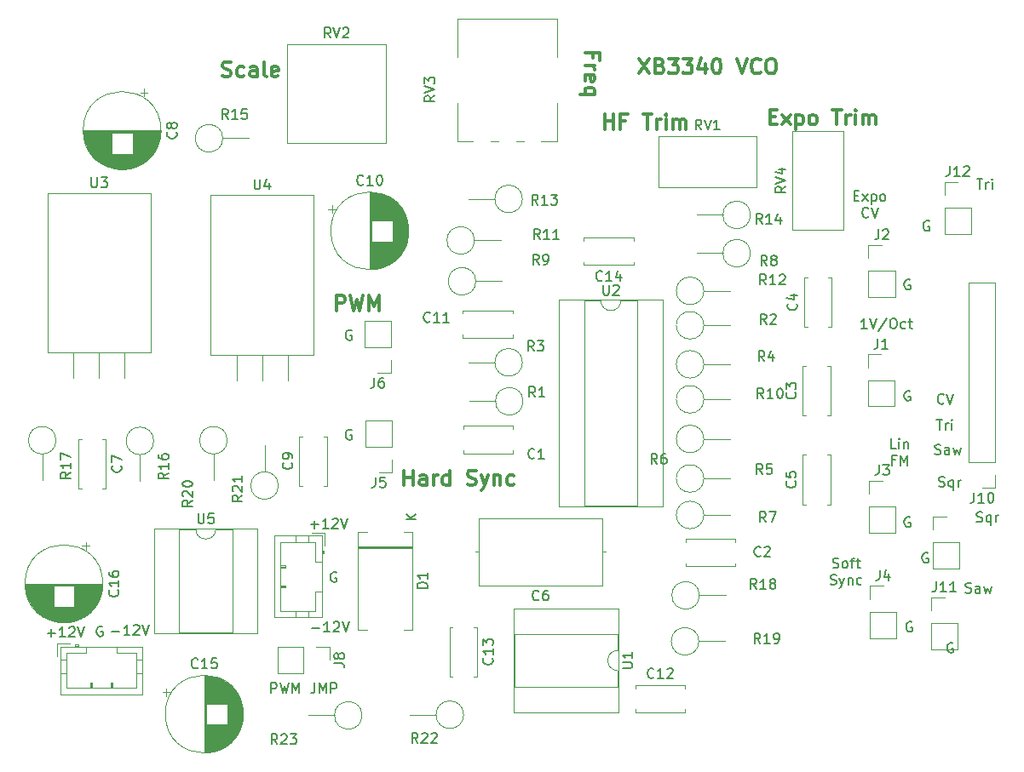
<source format=gbr>
G04 #@! TF.GenerationSoftware,KiCad,Pcbnew,(5.0.1)-rc2*
G04 #@! TF.CreationDate,2019-01-13T20:35:23-05:00*
G04 #@! TF.ProjectId,cem3340-module,63656D333334302D6D6F64756C652E6B,rev?*
G04 #@! TF.SameCoordinates,Original*
G04 #@! TF.FileFunction,Legend,Top*
G04 #@! TF.FilePolarity,Positive*
%FSLAX46Y46*%
G04 Gerber Fmt 4.6, Leading zero omitted, Abs format (unit mm)*
G04 Created by KiCad (PCBNEW (5.0.1)-rc2) date 1/13/2019 8:35:23 PM*
%MOMM*%
%LPD*%
G01*
G04 APERTURE LIST*
%ADD10C,0.300000*%
%ADD11C,0.150000*%
%ADD12C,0.120000*%
G04 APERTURE END LIST*
D10*
X127953357Y-68457071D02*
X128953357Y-69957071D01*
X128953357Y-68457071D02*
X127953357Y-69957071D01*
X130024785Y-69171357D02*
X130239071Y-69242785D01*
X130310500Y-69314214D01*
X130381928Y-69457071D01*
X130381928Y-69671357D01*
X130310500Y-69814214D01*
X130239071Y-69885642D01*
X130096214Y-69957071D01*
X129524785Y-69957071D01*
X129524785Y-68457071D01*
X130024785Y-68457071D01*
X130167642Y-68528500D01*
X130239071Y-68599928D01*
X130310500Y-68742785D01*
X130310500Y-68885642D01*
X130239071Y-69028500D01*
X130167642Y-69099928D01*
X130024785Y-69171357D01*
X129524785Y-69171357D01*
X130881928Y-68457071D02*
X131810500Y-68457071D01*
X131310500Y-69028500D01*
X131524785Y-69028500D01*
X131667642Y-69099928D01*
X131739071Y-69171357D01*
X131810500Y-69314214D01*
X131810500Y-69671357D01*
X131739071Y-69814214D01*
X131667642Y-69885642D01*
X131524785Y-69957071D01*
X131096214Y-69957071D01*
X130953357Y-69885642D01*
X130881928Y-69814214D01*
X132310500Y-68457071D02*
X133239071Y-68457071D01*
X132739071Y-69028500D01*
X132953357Y-69028500D01*
X133096214Y-69099928D01*
X133167642Y-69171357D01*
X133239071Y-69314214D01*
X133239071Y-69671357D01*
X133167642Y-69814214D01*
X133096214Y-69885642D01*
X132953357Y-69957071D01*
X132524785Y-69957071D01*
X132381928Y-69885642D01*
X132310500Y-69814214D01*
X134524785Y-68957071D02*
X134524785Y-69957071D01*
X134167642Y-68385642D02*
X133810500Y-69457071D01*
X134739071Y-69457071D01*
X135596214Y-68457071D02*
X135739071Y-68457071D01*
X135881928Y-68528500D01*
X135953357Y-68599928D01*
X136024785Y-68742785D01*
X136096214Y-69028500D01*
X136096214Y-69385642D01*
X136024785Y-69671357D01*
X135953357Y-69814214D01*
X135881928Y-69885642D01*
X135739071Y-69957071D01*
X135596214Y-69957071D01*
X135453357Y-69885642D01*
X135381928Y-69814214D01*
X135310500Y-69671357D01*
X135239071Y-69385642D01*
X135239071Y-69028500D01*
X135310500Y-68742785D01*
X135381928Y-68599928D01*
X135453357Y-68528500D01*
X135596214Y-68457071D01*
X137667642Y-68457071D02*
X138167642Y-69957071D01*
X138667642Y-68457071D01*
X140024785Y-69814214D02*
X139953357Y-69885642D01*
X139739071Y-69957071D01*
X139596214Y-69957071D01*
X139381928Y-69885642D01*
X139239071Y-69742785D01*
X139167642Y-69599928D01*
X139096214Y-69314214D01*
X139096214Y-69099928D01*
X139167642Y-68814214D01*
X139239071Y-68671357D01*
X139381928Y-68528500D01*
X139596214Y-68457071D01*
X139739071Y-68457071D01*
X139953357Y-68528500D01*
X140024785Y-68599928D01*
X140953357Y-68457071D02*
X141239071Y-68457071D01*
X141381928Y-68528500D01*
X141524785Y-68671357D01*
X141596214Y-68957071D01*
X141596214Y-69457071D01*
X141524785Y-69742785D01*
X141381928Y-69885642D01*
X141239071Y-69957071D01*
X140953357Y-69957071D01*
X140810500Y-69885642D01*
X140667642Y-69742785D01*
X140596214Y-69457071D01*
X140596214Y-68957071D01*
X140667642Y-68671357D01*
X140810500Y-68528500D01*
X140953357Y-68457071D01*
D11*
X157765880Y-111021761D02*
X157908738Y-111069380D01*
X158146833Y-111069380D01*
X158242071Y-111021761D01*
X158289690Y-110974142D01*
X158337309Y-110878904D01*
X158337309Y-110783666D01*
X158289690Y-110688428D01*
X158242071Y-110640809D01*
X158146833Y-110593190D01*
X157956357Y-110545571D01*
X157861119Y-110497952D01*
X157813500Y-110450333D01*
X157765880Y-110355095D01*
X157765880Y-110259857D01*
X157813500Y-110164619D01*
X157861119Y-110117000D01*
X157956357Y-110069380D01*
X158194452Y-110069380D01*
X158337309Y-110117000D01*
X159194452Y-110402714D02*
X159194452Y-111402714D01*
X159194452Y-111021761D02*
X159099214Y-111069380D01*
X158908738Y-111069380D01*
X158813500Y-111021761D01*
X158765880Y-110974142D01*
X158718261Y-110878904D01*
X158718261Y-110593190D01*
X158765880Y-110497952D01*
X158813500Y-110450333D01*
X158908738Y-110402714D01*
X159099214Y-110402714D01*
X159194452Y-110450333D01*
X159670642Y-111069380D02*
X159670642Y-110402714D01*
X159670642Y-110593190D02*
X159718261Y-110497952D01*
X159765880Y-110450333D01*
X159861119Y-110402714D01*
X159956357Y-110402714D01*
X157361095Y-107783261D02*
X157503952Y-107830880D01*
X157742047Y-107830880D01*
X157837285Y-107783261D01*
X157884904Y-107735642D01*
X157932523Y-107640404D01*
X157932523Y-107545166D01*
X157884904Y-107449928D01*
X157837285Y-107402309D01*
X157742047Y-107354690D01*
X157551571Y-107307071D01*
X157456333Y-107259452D01*
X157408714Y-107211833D01*
X157361095Y-107116595D01*
X157361095Y-107021357D01*
X157408714Y-106926119D01*
X157456333Y-106878500D01*
X157551571Y-106830880D01*
X157789666Y-106830880D01*
X157932523Y-106878500D01*
X158789666Y-107830880D02*
X158789666Y-107307071D01*
X158742047Y-107211833D01*
X158646809Y-107164214D01*
X158456333Y-107164214D01*
X158361095Y-107211833D01*
X158789666Y-107783261D02*
X158694428Y-107830880D01*
X158456333Y-107830880D01*
X158361095Y-107783261D01*
X158313476Y-107688023D01*
X158313476Y-107592785D01*
X158361095Y-107497547D01*
X158456333Y-107449928D01*
X158694428Y-107449928D01*
X158789666Y-107402309D01*
X159170619Y-107164214D02*
X159361095Y-107830880D01*
X159551571Y-107354690D01*
X159742047Y-107830880D01*
X159932523Y-107164214D01*
X157535666Y-104354380D02*
X158107095Y-104354380D01*
X157821380Y-105354380D02*
X157821380Y-104354380D01*
X158440428Y-105354380D02*
X158440428Y-104687714D01*
X158440428Y-104878190D02*
X158488047Y-104782952D01*
X158535666Y-104735333D01*
X158630904Y-104687714D01*
X158726142Y-104687714D01*
X159059476Y-105354380D02*
X159059476Y-104687714D01*
X159059476Y-104354380D02*
X159011857Y-104402000D01*
X159059476Y-104449619D01*
X159107095Y-104402000D01*
X159059476Y-104354380D01*
X159059476Y-104449619D01*
X158249952Y-102719142D02*
X158202333Y-102766761D01*
X158059476Y-102814380D01*
X157964238Y-102814380D01*
X157821380Y-102766761D01*
X157726142Y-102671523D01*
X157678523Y-102576285D01*
X157630904Y-102385809D01*
X157630904Y-102242952D01*
X157678523Y-102052476D01*
X157726142Y-101957238D01*
X157821380Y-101862000D01*
X157964238Y-101814380D01*
X158059476Y-101814380D01*
X158202333Y-101862000D01*
X158249952Y-101909619D01*
X158535666Y-101814380D02*
X158869000Y-102814380D01*
X159202333Y-101814380D01*
X91376904Y-131579880D02*
X91376904Y-130579880D01*
X91757857Y-130579880D01*
X91853095Y-130627500D01*
X91900714Y-130675119D01*
X91948333Y-130770357D01*
X91948333Y-130913214D01*
X91900714Y-131008452D01*
X91853095Y-131056071D01*
X91757857Y-131103690D01*
X91376904Y-131103690D01*
X92281666Y-130579880D02*
X92519761Y-131579880D01*
X92710238Y-130865595D01*
X92900714Y-131579880D01*
X93138809Y-130579880D01*
X93519761Y-131579880D02*
X93519761Y-130579880D01*
X93853095Y-131294166D01*
X94186428Y-130579880D01*
X94186428Y-131579880D01*
X95710238Y-130579880D02*
X95710238Y-131294166D01*
X95662619Y-131437023D01*
X95567380Y-131532261D01*
X95424523Y-131579880D01*
X95329285Y-131579880D01*
X96186428Y-131579880D02*
X96186428Y-130579880D01*
X96519761Y-131294166D01*
X96853095Y-130579880D01*
X96853095Y-131579880D01*
X97329285Y-131579880D02*
X97329285Y-130579880D01*
X97710238Y-130579880D01*
X97805476Y-130627500D01*
X97853095Y-130675119D01*
X97900714Y-130770357D01*
X97900714Y-130913214D01*
X97853095Y-131008452D01*
X97805476Y-131056071D01*
X97710238Y-131103690D01*
X97329285Y-131103690D01*
X159138904Y-126627000D02*
X159043666Y-126579380D01*
X158900809Y-126579380D01*
X158757952Y-126627000D01*
X158662714Y-126722238D01*
X158615095Y-126817476D01*
X158567476Y-127007952D01*
X158567476Y-127150809D01*
X158615095Y-127341285D01*
X158662714Y-127436523D01*
X158757952Y-127531761D01*
X158900809Y-127579380D01*
X158996047Y-127579380D01*
X159138904Y-127531761D01*
X159186523Y-127484142D01*
X159186523Y-127150809D01*
X158996047Y-127150809D01*
X156662404Y-117673500D02*
X156567166Y-117625880D01*
X156424309Y-117625880D01*
X156281452Y-117673500D01*
X156186214Y-117768738D01*
X156138595Y-117863976D01*
X156090976Y-118054452D01*
X156090976Y-118197309D01*
X156138595Y-118387785D01*
X156186214Y-118483023D01*
X156281452Y-118578261D01*
X156424309Y-118625880D01*
X156519547Y-118625880D01*
X156662404Y-118578261D01*
X156710023Y-118530642D01*
X156710023Y-118197309D01*
X156519547Y-118197309D01*
X156789404Y-84653500D02*
X156694166Y-84605880D01*
X156551309Y-84605880D01*
X156408452Y-84653500D01*
X156313214Y-84748738D01*
X156265595Y-84843976D01*
X156217976Y-85034452D01*
X156217976Y-85177309D01*
X156265595Y-85367785D01*
X156313214Y-85463023D01*
X156408452Y-85558261D01*
X156551309Y-85605880D01*
X156646547Y-85605880D01*
X156789404Y-85558261D01*
X156837023Y-85510642D01*
X156837023Y-85177309D01*
X156646547Y-85177309D01*
X154884404Y-90495500D02*
X154789166Y-90447880D01*
X154646309Y-90447880D01*
X154503452Y-90495500D01*
X154408214Y-90590738D01*
X154360595Y-90685976D01*
X154312976Y-90876452D01*
X154312976Y-91019309D01*
X154360595Y-91209785D01*
X154408214Y-91305023D01*
X154503452Y-91400261D01*
X154646309Y-91447880D01*
X154741547Y-91447880D01*
X154884404Y-91400261D01*
X154932023Y-91352642D01*
X154932023Y-91019309D01*
X154741547Y-91019309D01*
X154884404Y-101544500D02*
X154789166Y-101496880D01*
X154646309Y-101496880D01*
X154503452Y-101544500D01*
X154408214Y-101639738D01*
X154360595Y-101734976D01*
X154312976Y-101925452D01*
X154312976Y-102068309D01*
X154360595Y-102258785D01*
X154408214Y-102354023D01*
X154503452Y-102449261D01*
X154646309Y-102496880D01*
X154741547Y-102496880D01*
X154884404Y-102449261D01*
X154932023Y-102401642D01*
X154932023Y-102068309D01*
X154741547Y-102068309D01*
X155074904Y-124531500D02*
X154979666Y-124483880D01*
X154836809Y-124483880D01*
X154693952Y-124531500D01*
X154598714Y-124626738D01*
X154551095Y-124721976D01*
X154503476Y-124912452D01*
X154503476Y-125055309D01*
X154551095Y-125245785D01*
X154598714Y-125341023D01*
X154693952Y-125436261D01*
X154836809Y-125483880D01*
X154932047Y-125483880D01*
X155074904Y-125436261D01*
X155122523Y-125388642D01*
X155122523Y-125055309D01*
X154932047Y-125055309D01*
X154884404Y-114117500D02*
X154789166Y-114069880D01*
X154646309Y-114069880D01*
X154503452Y-114117500D01*
X154408214Y-114212738D01*
X154360595Y-114307976D01*
X154312976Y-114498452D01*
X154312976Y-114641309D01*
X154360595Y-114831785D01*
X154408214Y-114927023D01*
X154503452Y-115022261D01*
X154646309Y-115069880D01*
X154741547Y-115069880D01*
X154884404Y-115022261D01*
X154932023Y-114974642D01*
X154932023Y-114641309D01*
X154741547Y-114641309D01*
X99385404Y-95512000D02*
X99290166Y-95464380D01*
X99147309Y-95464380D01*
X99004452Y-95512000D01*
X98909214Y-95607238D01*
X98861595Y-95702476D01*
X98813976Y-95892952D01*
X98813976Y-96035809D01*
X98861595Y-96226285D01*
X98909214Y-96321523D01*
X99004452Y-96416761D01*
X99147309Y-96464380D01*
X99242547Y-96464380D01*
X99385404Y-96416761D01*
X99433023Y-96369142D01*
X99433023Y-96035809D01*
X99242547Y-96035809D01*
X99385404Y-105418000D02*
X99290166Y-105370380D01*
X99147309Y-105370380D01*
X99004452Y-105418000D01*
X98909214Y-105513238D01*
X98861595Y-105608476D01*
X98813976Y-105798952D01*
X98813976Y-105941809D01*
X98861595Y-106132285D01*
X98909214Y-106227523D01*
X99004452Y-106322761D01*
X99147309Y-106370380D01*
X99242547Y-106370380D01*
X99385404Y-106322761D01*
X99433023Y-106275142D01*
X99433023Y-105941809D01*
X99242547Y-105941809D01*
X97861404Y-119578500D02*
X97766166Y-119530880D01*
X97623309Y-119530880D01*
X97480452Y-119578500D01*
X97385214Y-119673738D01*
X97337595Y-119768976D01*
X97289976Y-119959452D01*
X97289976Y-120102309D01*
X97337595Y-120292785D01*
X97385214Y-120388023D01*
X97480452Y-120483261D01*
X97623309Y-120530880D01*
X97718547Y-120530880D01*
X97861404Y-120483261D01*
X97909023Y-120435642D01*
X97909023Y-120102309D01*
X97718547Y-120102309D01*
X95456595Y-125102928D02*
X96218500Y-125102928D01*
X97218500Y-125483880D02*
X96647071Y-125483880D01*
X96932785Y-125483880D02*
X96932785Y-124483880D01*
X96837547Y-124626738D01*
X96742309Y-124721976D01*
X96647071Y-124769595D01*
X97599452Y-124579119D02*
X97647071Y-124531500D01*
X97742309Y-124483880D01*
X97980404Y-124483880D01*
X98075642Y-124531500D01*
X98123261Y-124579119D01*
X98170880Y-124674357D01*
X98170880Y-124769595D01*
X98123261Y-124912452D01*
X97551833Y-125483880D01*
X98170880Y-125483880D01*
X98456595Y-124483880D02*
X98789928Y-125483880D01*
X99123261Y-124483880D01*
X95329595Y-114815928D02*
X96091500Y-114815928D01*
X95710547Y-115196880D02*
X95710547Y-114434976D01*
X97091500Y-115196880D02*
X96520071Y-115196880D01*
X96805785Y-115196880D02*
X96805785Y-114196880D01*
X96710547Y-114339738D01*
X96615309Y-114434976D01*
X96520071Y-114482595D01*
X97472452Y-114292119D02*
X97520071Y-114244500D01*
X97615309Y-114196880D01*
X97853404Y-114196880D01*
X97948642Y-114244500D01*
X97996261Y-114292119D01*
X98043880Y-114387357D01*
X98043880Y-114482595D01*
X97996261Y-114625452D01*
X97424833Y-115196880D01*
X98043880Y-115196880D01*
X98329595Y-114196880D02*
X98662928Y-115196880D01*
X98996261Y-114196880D01*
X74620404Y-124976000D02*
X74525166Y-124928380D01*
X74382309Y-124928380D01*
X74239452Y-124976000D01*
X74144214Y-125071238D01*
X74096595Y-125166476D01*
X74048976Y-125356952D01*
X74048976Y-125499809D01*
X74096595Y-125690285D01*
X74144214Y-125785523D01*
X74239452Y-125880761D01*
X74382309Y-125928380D01*
X74477547Y-125928380D01*
X74620404Y-125880761D01*
X74668023Y-125833142D01*
X74668023Y-125499809D01*
X74477547Y-125499809D01*
X75581095Y-125420428D02*
X76343000Y-125420428D01*
X77343000Y-125801380D02*
X76771571Y-125801380D01*
X77057285Y-125801380D02*
X77057285Y-124801380D01*
X76962047Y-124944238D01*
X76866809Y-125039476D01*
X76771571Y-125087095D01*
X77723952Y-124896619D02*
X77771571Y-124849000D01*
X77866809Y-124801380D01*
X78104904Y-124801380D01*
X78200142Y-124849000D01*
X78247761Y-124896619D01*
X78295380Y-124991857D01*
X78295380Y-125087095D01*
X78247761Y-125229952D01*
X77676333Y-125801380D01*
X78295380Y-125801380D01*
X78581095Y-124801380D02*
X78914428Y-125801380D01*
X79247761Y-124801380D01*
X69167595Y-125610928D02*
X69929500Y-125610928D01*
X69548547Y-125991880D02*
X69548547Y-125229976D01*
X70929500Y-125991880D02*
X70358071Y-125991880D01*
X70643785Y-125991880D02*
X70643785Y-124991880D01*
X70548547Y-125134738D01*
X70453309Y-125229976D01*
X70358071Y-125277595D01*
X71310452Y-125087119D02*
X71358071Y-125039500D01*
X71453309Y-124991880D01*
X71691404Y-124991880D01*
X71786642Y-125039500D01*
X71834261Y-125087119D01*
X71881880Y-125182357D01*
X71881880Y-125277595D01*
X71834261Y-125420452D01*
X71262833Y-125991880D01*
X71881880Y-125991880D01*
X72167595Y-124991880D02*
X72500928Y-125991880D01*
X72834261Y-124991880D01*
X160409095Y-121562761D02*
X160551952Y-121610380D01*
X160790047Y-121610380D01*
X160885285Y-121562761D01*
X160932904Y-121515142D01*
X160980523Y-121419904D01*
X160980523Y-121324666D01*
X160932904Y-121229428D01*
X160885285Y-121181809D01*
X160790047Y-121134190D01*
X160599571Y-121086571D01*
X160504333Y-121038952D01*
X160456714Y-120991333D01*
X160409095Y-120896095D01*
X160409095Y-120800857D01*
X160456714Y-120705619D01*
X160504333Y-120658000D01*
X160599571Y-120610380D01*
X160837666Y-120610380D01*
X160980523Y-120658000D01*
X161837666Y-121610380D02*
X161837666Y-121086571D01*
X161790047Y-120991333D01*
X161694809Y-120943714D01*
X161504333Y-120943714D01*
X161409095Y-120991333D01*
X161837666Y-121562761D02*
X161742428Y-121610380D01*
X161504333Y-121610380D01*
X161409095Y-121562761D01*
X161361476Y-121467523D01*
X161361476Y-121372285D01*
X161409095Y-121277047D01*
X161504333Y-121229428D01*
X161742428Y-121229428D01*
X161837666Y-121181809D01*
X162218619Y-120943714D02*
X162409095Y-121610380D01*
X162599571Y-121134190D01*
X162790047Y-121610380D01*
X162980523Y-120943714D01*
X161512380Y-114514261D02*
X161655238Y-114561880D01*
X161893333Y-114561880D01*
X161988571Y-114514261D01*
X162036190Y-114466642D01*
X162083809Y-114371404D01*
X162083809Y-114276166D01*
X162036190Y-114180928D01*
X161988571Y-114133309D01*
X161893333Y-114085690D01*
X161702857Y-114038071D01*
X161607619Y-113990452D01*
X161560000Y-113942833D01*
X161512380Y-113847595D01*
X161512380Y-113752357D01*
X161560000Y-113657119D01*
X161607619Y-113609500D01*
X161702857Y-113561880D01*
X161940952Y-113561880D01*
X162083809Y-113609500D01*
X162940952Y-113895214D02*
X162940952Y-114895214D01*
X162940952Y-114514261D02*
X162845714Y-114561880D01*
X162655238Y-114561880D01*
X162560000Y-114514261D01*
X162512380Y-114466642D01*
X162464761Y-114371404D01*
X162464761Y-114085690D01*
X162512380Y-113990452D01*
X162560000Y-113942833D01*
X162655238Y-113895214D01*
X162845714Y-113895214D01*
X162940952Y-113942833D01*
X163417142Y-114561880D02*
X163417142Y-113895214D01*
X163417142Y-114085690D02*
X163464761Y-113990452D01*
X163512380Y-113942833D01*
X163607619Y-113895214D01*
X163702857Y-113895214D01*
X161536166Y-80414880D02*
X162107595Y-80414880D01*
X161821880Y-81414880D02*
X161821880Y-80414880D01*
X162440928Y-81414880D02*
X162440928Y-80748214D01*
X162440928Y-80938690D02*
X162488547Y-80843452D01*
X162536166Y-80795833D01*
X162631404Y-80748214D01*
X162726642Y-80748214D01*
X163059976Y-81414880D02*
X163059976Y-80748214D01*
X163059976Y-80414880D02*
X163012357Y-80462500D01*
X163059976Y-80510119D01*
X163107595Y-80462500D01*
X163059976Y-80414880D01*
X163059976Y-80510119D01*
D10*
X140990500Y-74251357D02*
X141490500Y-74251357D01*
X141704785Y-75037071D02*
X140990500Y-75037071D01*
X140990500Y-73537071D01*
X141704785Y-73537071D01*
X142204785Y-75037071D02*
X142990500Y-74037071D01*
X142204785Y-74037071D02*
X142990500Y-75037071D01*
X143561928Y-74037071D02*
X143561928Y-75537071D01*
X143561928Y-74108500D02*
X143704785Y-74037071D01*
X143990500Y-74037071D01*
X144133357Y-74108500D01*
X144204785Y-74179928D01*
X144276214Y-74322785D01*
X144276214Y-74751357D01*
X144204785Y-74894214D01*
X144133357Y-74965642D01*
X143990500Y-75037071D01*
X143704785Y-75037071D01*
X143561928Y-74965642D01*
X145133357Y-75037071D02*
X144990500Y-74965642D01*
X144919071Y-74894214D01*
X144847642Y-74751357D01*
X144847642Y-74322785D01*
X144919071Y-74179928D01*
X144990500Y-74108500D01*
X145133357Y-74037071D01*
X145347642Y-74037071D01*
X145490500Y-74108500D01*
X145561928Y-74179928D01*
X145633357Y-74322785D01*
X145633357Y-74751357D01*
X145561928Y-74894214D01*
X145490500Y-74965642D01*
X145347642Y-75037071D01*
X145133357Y-75037071D01*
X147204785Y-73537071D02*
X148061928Y-73537071D01*
X147633357Y-75037071D02*
X147633357Y-73537071D01*
X148561928Y-75037071D02*
X148561928Y-74037071D01*
X148561928Y-74322785D02*
X148633357Y-74179928D01*
X148704785Y-74108500D01*
X148847642Y-74037071D01*
X148990500Y-74037071D01*
X149490500Y-75037071D02*
X149490500Y-74037071D01*
X149490500Y-73537071D02*
X149419071Y-73608500D01*
X149490500Y-73679928D01*
X149561928Y-73608500D01*
X149490500Y-73537071D01*
X149490500Y-73679928D01*
X150204785Y-75037071D02*
X150204785Y-74037071D01*
X150204785Y-74179928D02*
X150276214Y-74108500D01*
X150419071Y-74037071D01*
X150633357Y-74037071D01*
X150776214Y-74108500D01*
X150847642Y-74251357D01*
X150847642Y-75037071D01*
X150847642Y-74251357D02*
X150919071Y-74108500D01*
X151061928Y-74037071D01*
X151276214Y-74037071D01*
X151419071Y-74108500D01*
X151490500Y-74251357D01*
X151490500Y-75037071D01*
X86558785Y-70203142D02*
X86773071Y-70274571D01*
X87130214Y-70274571D01*
X87273071Y-70203142D01*
X87344500Y-70131714D01*
X87415928Y-69988857D01*
X87415928Y-69846000D01*
X87344500Y-69703142D01*
X87273071Y-69631714D01*
X87130214Y-69560285D01*
X86844500Y-69488857D01*
X86701642Y-69417428D01*
X86630214Y-69346000D01*
X86558785Y-69203142D01*
X86558785Y-69060285D01*
X86630214Y-68917428D01*
X86701642Y-68846000D01*
X86844500Y-68774571D01*
X87201642Y-68774571D01*
X87415928Y-68846000D01*
X88701642Y-70203142D02*
X88558785Y-70274571D01*
X88273071Y-70274571D01*
X88130214Y-70203142D01*
X88058785Y-70131714D01*
X87987357Y-69988857D01*
X87987357Y-69560285D01*
X88058785Y-69417428D01*
X88130214Y-69346000D01*
X88273071Y-69274571D01*
X88558785Y-69274571D01*
X88701642Y-69346000D01*
X89987357Y-70274571D02*
X89987357Y-69488857D01*
X89915928Y-69346000D01*
X89773071Y-69274571D01*
X89487357Y-69274571D01*
X89344500Y-69346000D01*
X89987357Y-70203142D02*
X89844500Y-70274571D01*
X89487357Y-70274571D01*
X89344500Y-70203142D01*
X89273071Y-70060285D01*
X89273071Y-69917428D01*
X89344500Y-69774571D01*
X89487357Y-69703142D01*
X89844500Y-69703142D01*
X89987357Y-69631714D01*
X90915928Y-70274571D02*
X90773071Y-70203142D01*
X90701642Y-70060285D01*
X90701642Y-68774571D01*
X92058785Y-70203142D02*
X91915928Y-70274571D01*
X91630214Y-70274571D01*
X91487357Y-70203142D01*
X91415928Y-70060285D01*
X91415928Y-69488857D01*
X91487357Y-69346000D01*
X91630214Y-69274571D01*
X91915928Y-69274571D01*
X92058785Y-69346000D01*
X92130214Y-69488857D01*
X92130214Y-69631714D01*
X91415928Y-69774571D01*
X124551785Y-75481571D02*
X124551785Y-73981571D01*
X124551785Y-74695857D02*
X125408928Y-74695857D01*
X125408928Y-75481571D02*
X125408928Y-73981571D01*
X126623214Y-74695857D02*
X126123214Y-74695857D01*
X126123214Y-75481571D02*
X126123214Y-73981571D01*
X126837500Y-73981571D01*
X128337500Y-73981571D02*
X129194642Y-73981571D01*
X128766071Y-75481571D02*
X128766071Y-73981571D01*
X129694642Y-75481571D02*
X129694642Y-74481571D01*
X129694642Y-74767285D02*
X129766071Y-74624428D01*
X129837500Y-74553000D01*
X129980357Y-74481571D01*
X130123214Y-74481571D01*
X130623214Y-75481571D02*
X130623214Y-74481571D01*
X130623214Y-73981571D02*
X130551785Y-74053000D01*
X130623214Y-74124428D01*
X130694642Y-74053000D01*
X130623214Y-73981571D01*
X130623214Y-74124428D01*
X131337500Y-75481571D02*
X131337500Y-74481571D01*
X131337500Y-74624428D02*
X131408928Y-74553000D01*
X131551785Y-74481571D01*
X131766071Y-74481571D01*
X131908928Y-74553000D01*
X131980357Y-74695857D01*
X131980357Y-75481571D01*
X131980357Y-74695857D02*
X132051785Y-74553000D01*
X132194642Y-74481571D01*
X132408928Y-74481571D01*
X132551785Y-74553000D01*
X132623214Y-74695857D01*
X132623214Y-75481571D01*
X123360642Y-68405571D02*
X123360642Y-67905571D01*
X122574928Y-67905571D02*
X124074928Y-67905571D01*
X124074928Y-68619857D01*
X122574928Y-69191285D02*
X123574928Y-69191285D01*
X123289214Y-69191285D02*
X123432071Y-69262714D01*
X123503500Y-69334142D01*
X123574928Y-69477000D01*
X123574928Y-69619857D01*
X122646357Y-70691285D02*
X122574928Y-70548428D01*
X122574928Y-70262714D01*
X122646357Y-70119857D01*
X122789214Y-70048428D01*
X123360642Y-70048428D01*
X123503500Y-70119857D01*
X123574928Y-70262714D01*
X123574928Y-70548428D01*
X123503500Y-70691285D01*
X123360642Y-70762714D01*
X123217785Y-70762714D01*
X123074928Y-70048428D01*
X123574928Y-72048428D02*
X122074928Y-72048428D01*
X122646357Y-72048428D02*
X122574928Y-71905571D01*
X122574928Y-71619857D01*
X122646357Y-71477000D01*
X122717785Y-71405571D01*
X122860642Y-71334142D01*
X123289214Y-71334142D01*
X123432071Y-71405571D01*
X123503500Y-71477000D01*
X123574928Y-71619857D01*
X123574928Y-71905571D01*
X123503500Y-72048428D01*
X104616928Y-110914571D02*
X104616928Y-109414571D01*
X104616928Y-110128857D02*
X105474071Y-110128857D01*
X105474071Y-110914571D02*
X105474071Y-109414571D01*
X106831214Y-110914571D02*
X106831214Y-110128857D01*
X106759785Y-109986000D01*
X106616928Y-109914571D01*
X106331214Y-109914571D01*
X106188357Y-109986000D01*
X106831214Y-110843142D02*
X106688357Y-110914571D01*
X106331214Y-110914571D01*
X106188357Y-110843142D01*
X106116928Y-110700285D01*
X106116928Y-110557428D01*
X106188357Y-110414571D01*
X106331214Y-110343142D01*
X106688357Y-110343142D01*
X106831214Y-110271714D01*
X107545500Y-110914571D02*
X107545500Y-109914571D01*
X107545500Y-110200285D02*
X107616928Y-110057428D01*
X107688357Y-109986000D01*
X107831214Y-109914571D01*
X107974071Y-109914571D01*
X109116928Y-110914571D02*
X109116928Y-109414571D01*
X109116928Y-110843142D02*
X108974071Y-110914571D01*
X108688357Y-110914571D01*
X108545500Y-110843142D01*
X108474071Y-110771714D01*
X108402642Y-110628857D01*
X108402642Y-110200285D01*
X108474071Y-110057428D01*
X108545500Y-109986000D01*
X108688357Y-109914571D01*
X108974071Y-109914571D01*
X109116928Y-109986000D01*
X110902642Y-110843142D02*
X111116928Y-110914571D01*
X111474071Y-110914571D01*
X111616928Y-110843142D01*
X111688357Y-110771714D01*
X111759785Y-110628857D01*
X111759785Y-110486000D01*
X111688357Y-110343142D01*
X111616928Y-110271714D01*
X111474071Y-110200285D01*
X111188357Y-110128857D01*
X111045500Y-110057428D01*
X110974071Y-109986000D01*
X110902642Y-109843142D01*
X110902642Y-109700285D01*
X110974071Y-109557428D01*
X111045500Y-109486000D01*
X111188357Y-109414571D01*
X111545500Y-109414571D01*
X111759785Y-109486000D01*
X112259785Y-109914571D02*
X112616928Y-110914571D01*
X112974071Y-109914571D02*
X112616928Y-110914571D01*
X112474071Y-111271714D01*
X112402642Y-111343142D01*
X112259785Y-111414571D01*
X113545500Y-109914571D02*
X113545500Y-110914571D01*
X113545500Y-110057428D02*
X113616928Y-109986000D01*
X113759785Y-109914571D01*
X113974071Y-109914571D01*
X114116928Y-109986000D01*
X114188357Y-110128857D01*
X114188357Y-110914571D01*
X115545500Y-110843142D02*
X115402642Y-110914571D01*
X115116928Y-110914571D01*
X114974071Y-110843142D01*
X114902642Y-110771714D01*
X114831214Y-110628857D01*
X114831214Y-110200285D01*
X114902642Y-110057428D01*
X114974071Y-109986000D01*
X115116928Y-109914571D01*
X115402642Y-109914571D01*
X115545500Y-109986000D01*
X97905357Y-93515571D02*
X97905357Y-92015571D01*
X98476785Y-92015571D01*
X98619642Y-92087000D01*
X98691071Y-92158428D01*
X98762500Y-92301285D01*
X98762500Y-92515571D01*
X98691071Y-92658428D01*
X98619642Y-92729857D01*
X98476785Y-92801285D01*
X97905357Y-92801285D01*
X99262500Y-92015571D02*
X99619642Y-93515571D01*
X99905357Y-92444142D01*
X100191071Y-93515571D01*
X100548214Y-92015571D01*
X101119642Y-93515571D02*
X101119642Y-92015571D01*
X101619642Y-93087000D01*
X102119642Y-92015571D01*
X102119642Y-93515571D01*
D11*
X147216976Y-119086761D02*
X147359833Y-119134380D01*
X147597928Y-119134380D01*
X147693166Y-119086761D01*
X147740785Y-119039142D01*
X147788404Y-118943904D01*
X147788404Y-118848666D01*
X147740785Y-118753428D01*
X147693166Y-118705809D01*
X147597928Y-118658190D01*
X147407452Y-118610571D01*
X147312214Y-118562952D01*
X147264595Y-118515333D01*
X147216976Y-118420095D01*
X147216976Y-118324857D01*
X147264595Y-118229619D01*
X147312214Y-118182000D01*
X147407452Y-118134380D01*
X147645547Y-118134380D01*
X147788404Y-118182000D01*
X148359833Y-119134380D02*
X148264595Y-119086761D01*
X148216976Y-119039142D01*
X148169357Y-118943904D01*
X148169357Y-118658190D01*
X148216976Y-118562952D01*
X148264595Y-118515333D01*
X148359833Y-118467714D01*
X148502690Y-118467714D01*
X148597928Y-118515333D01*
X148645547Y-118562952D01*
X148693166Y-118658190D01*
X148693166Y-118943904D01*
X148645547Y-119039142D01*
X148597928Y-119086761D01*
X148502690Y-119134380D01*
X148359833Y-119134380D01*
X148978880Y-118467714D02*
X149359833Y-118467714D01*
X149121738Y-119134380D02*
X149121738Y-118277238D01*
X149169357Y-118182000D01*
X149264595Y-118134380D01*
X149359833Y-118134380D01*
X149550309Y-118467714D02*
X149931261Y-118467714D01*
X149693166Y-118134380D02*
X149693166Y-118991523D01*
X149740785Y-119086761D01*
X149836023Y-119134380D01*
X149931261Y-119134380D01*
X146978880Y-120736761D02*
X147121738Y-120784380D01*
X147359833Y-120784380D01*
X147455071Y-120736761D01*
X147502690Y-120689142D01*
X147550309Y-120593904D01*
X147550309Y-120498666D01*
X147502690Y-120403428D01*
X147455071Y-120355809D01*
X147359833Y-120308190D01*
X147169357Y-120260571D01*
X147074119Y-120212952D01*
X147026500Y-120165333D01*
X146978880Y-120070095D01*
X146978880Y-119974857D01*
X147026500Y-119879619D01*
X147074119Y-119832000D01*
X147169357Y-119784380D01*
X147407452Y-119784380D01*
X147550309Y-119832000D01*
X147883642Y-120117714D02*
X148121738Y-120784380D01*
X148359833Y-120117714D02*
X148121738Y-120784380D01*
X148026500Y-121022476D01*
X147978880Y-121070095D01*
X147883642Y-121117714D01*
X148740785Y-120117714D02*
X148740785Y-120784380D01*
X148740785Y-120212952D02*
X148788404Y-120165333D01*
X148883642Y-120117714D01*
X149026500Y-120117714D01*
X149121738Y-120165333D01*
X149169357Y-120260571D01*
X149169357Y-120784380D01*
X150074119Y-120736761D02*
X149978880Y-120784380D01*
X149788404Y-120784380D01*
X149693166Y-120736761D01*
X149645547Y-120689142D01*
X149597928Y-120593904D01*
X149597928Y-120308190D01*
X149645547Y-120212952D01*
X149693166Y-120165333D01*
X149788404Y-120117714D01*
X149978880Y-120117714D01*
X150074119Y-120165333D01*
X153479547Y-107259880D02*
X153003357Y-107259880D01*
X153003357Y-106259880D01*
X153812880Y-107259880D02*
X153812880Y-106593214D01*
X153812880Y-106259880D02*
X153765261Y-106307500D01*
X153812880Y-106355119D01*
X153860500Y-106307500D01*
X153812880Y-106259880D01*
X153812880Y-106355119D01*
X154289071Y-106593214D02*
X154289071Y-107259880D01*
X154289071Y-106688452D02*
X154336690Y-106640833D01*
X154431928Y-106593214D01*
X154574785Y-106593214D01*
X154670023Y-106640833D01*
X154717642Y-106736071D01*
X154717642Y-107259880D01*
X153431928Y-108386071D02*
X153098595Y-108386071D01*
X153098595Y-108909880D02*
X153098595Y-107909880D01*
X153574785Y-107909880D01*
X153955738Y-108909880D02*
X153955738Y-107909880D01*
X154289071Y-108624166D01*
X154622404Y-107909880D01*
X154622404Y-108909880D01*
X149352190Y-82098071D02*
X149685523Y-82098071D01*
X149828380Y-82621880D02*
X149352190Y-82621880D01*
X149352190Y-81621880D01*
X149828380Y-81621880D01*
X150161714Y-82621880D02*
X150685523Y-81955214D01*
X150161714Y-81955214D02*
X150685523Y-82621880D01*
X151066476Y-81955214D02*
X151066476Y-82955214D01*
X151066476Y-82002833D02*
X151161714Y-81955214D01*
X151352190Y-81955214D01*
X151447428Y-82002833D01*
X151495047Y-82050452D01*
X151542666Y-82145690D01*
X151542666Y-82431404D01*
X151495047Y-82526642D01*
X151447428Y-82574261D01*
X151352190Y-82621880D01*
X151161714Y-82621880D01*
X151066476Y-82574261D01*
X152114095Y-82621880D02*
X152018857Y-82574261D01*
X151971238Y-82526642D01*
X151923619Y-82431404D01*
X151923619Y-82145690D01*
X151971238Y-82050452D01*
X152018857Y-82002833D01*
X152114095Y-81955214D01*
X152256952Y-81955214D01*
X152352190Y-82002833D01*
X152399809Y-82050452D01*
X152447428Y-82145690D01*
X152447428Y-82431404D01*
X152399809Y-82526642D01*
X152352190Y-82574261D01*
X152256952Y-82621880D01*
X152114095Y-82621880D01*
X150756952Y-84176642D02*
X150709333Y-84224261D01*
X150566476Y-84271880D01*
X150471238Y-84271880D01*
X150328380Y-84224261D01*
X150233142Y-84129023D01*
X150185523Y-84033785D01*
X150137904Y-83843309D01*
X150137904Y-83700452D01*
X150185523Y-83509976D01*
X150233142Y-83414738D01*
X150328380Y-83319500D01*
X150471238Y-83271880D01*
X150566476Y-83271880D01*
X150709333Y-83319500D01*
X150756952Y-83367119D01*
X151042666Y-83271880D02*
X151376000Y-84271880D01*
X151709333Y-83271880D01*
X150622238Y-95321380D02*
X150050809Y-95321380D01*
X150336523Y-95321380D02*
X150336523Y-94321380D01*
X150241285Y-94464238D01*
X150146047Y-94559476D01*
X150050809Y-94607095D01*
X150907952Y-94321380D02*
X151241285Y-95321380D01*
X151574619Y-94321380D01*
X152622238Y-94273761D02*
X151765095Y-95559476D01*
X153146047Y-94321380D02*
X153336523Y-94321380D01*
X153431761Y-94369000D01*
X153527000Y-94464238D01*
X153574619Y-94654714D01*
X153574619Y-94988047D01*
X153527000Y-95178523D01*
X153431761Y-95273761D01*
X153336523Y-95321380D01*
X153146047Y-95321380D01*
X153050809Y-95273761D01*
X152955571Y-95178523D01*
X152907952Y-94988047D01*
X152907952Y-94654714D01*
X152955571Y-94464238D01*
X153050809Y-94369000D01*
X153146047Y-94321380D01*
X154431761Y-95273761D02*
X154336523Y-95321380D01*
X154146047Y-95321380D01*
X154050809Y-95273761D01*
X154003190Y-95226142D01*
X153955571Y-95130904D01*
X153955571Y-94845190D01*
X154003190Y-94749952D01*
X154050809Y-94702333D01*
X154146047Y-94654714D01*
X154336523Y-94654714D01*
X154431761Y-94702333D01*
X154717476Y-94654714D02*
X155098428Y-94654714D01*
X154860333Y-94321380D02*
X154860333Y-95178523D01*
X154907952Y-95273761D01*
X155003190Y-95321380D01*
X155098428Y-95321380D01*
D12*
G04 #@! TO.C,J11*
X156975500Y-127250500D02*
X159635500Y-127250500D01*
X156975500Y-124650500D02*
X156975500Y-127250500D01*
X159635500Y-124650500D02*
X159635500Y-127250500D01*
X156975500Y-124650500D02*
X159635500Y-124650500D01*
X156975500Y-123380500D02*
X156975500Y-122050500D01*
X156975500Y-122050500D02*
X158305500Y-122050500D01*
G04 #@! TO.C,J12*
X158309000Y-80712000D02*
X159639000Y-80712000D01*
X158309000Y-82042000D02*
X158309000Y-80712000D01*
X158309000Y-83312000D02*
X160969000Y-83312000D01*
X160969000Y-83312000D02*
X160969000Y-85912000D01*
X158309000Y-83312000D02*
X158309000Y-85912000D01*
X158309000Y-85912000D02*
X160969000Y-85912000D01*
G04 #@! TO.C,J13*
X157166000Y-119186000D02*
X159826000Y-119186000D01*
X157166000Y-116586000D02*
X157166000Y-119186000D01*
X159826000Y-116586000D02*
X159826000Y-119186000D01*
X157166000Y-116586000D02*
X159826000Y-116586000D01*
X157166000Y-115316000D02*
X157166000Y-113986000D01*
X157166000Y-113986000D02*
X158496000Y-113986000D01*
G04 #@! TO.C,J10*
X163382000Y-90745000D02*
X160722000Y-90745000D01*
X163382000Y-108585000D02*
X163382000Y-90745000D01*
X160722000Y-108585000D02*
X160722000Y-90745000D01*
X163382000Y-108585000D02*
X160722000Y-108585000D01*
X163382000Y-109855000D02*
X163382000Y-111185000D01*
X163382000Y-111185000D02*
X162052000Y-111185000D01*
G04 #@! TO.C,J9*
X70457000Y-126968000D02*
X70457000Y-131688000D01*
X70457000Y-131688000D02*
X78577000Y-131688000D01*
X78577000Y-131688000D02*
X78577000Y-126968000D01*
X78577000Y-126968000D02*
X70457000Y-126968000D01*
X72217000Y-126968000D02*
X72217000Y-126768000D01*
X72217000Y-126768000D02*
X71917000Y-126768000D01*
X71917000Y-126768000D02*
X71917000Y-126968000D01*
X72217000Y-126868000D02*
X71917000Y-126868000D01*
X73017000Y-126968000D02*
X73017000Y-127578000D01*
X73017000Y-127578000D02*
X71067000Y-127578000D01*
X71067000Y-127578000D02*
X71067000Y-131078000D01*
X71067000Y-131078000D02*
X77967000Y-131078000D01*
X77967000Y-131078000D02*
X77967000Y-127578000D01*
X77967000Y-127578000D02*
X76017000Y-127578000D01*
X76017000Y-127578000D02*
X76017000Y-126968000D01*
X70457000Y-128278000D02*
X71067000Y-128278000D01*
X70457000Y-129578000D02*
X71067000Y-129578000D01*
X78577000Y-128278000D02*
X77967000Y-128278000D01*
X78577000Y-129578000D02*
X77967000Y-129578000D01*
X73417000Y-131078000D02*
X73417000Y-130578000D01*
X73417000Y-130578000D02*
X73617000Y-130578000D01*
X73617000Y-130578000D02*
X73617000Y-131078000D01*
X73517000Y-131078000D02*
X73517000Y-130578000D01*
X75417000Y-131078000D02*
X75417000Y-130578000D01*
X75417000Y-130578000D02*
X75617000Y-130578000D01*
X75617000Y-130578000D02*
X75617000Y-131078000D01*
X75517000Y-131078000D02*
X75517000Y-130578000D01*
X71407000Y-126668000D02*
X70157000Y-126668000D01*
X70157000Y-126668000D02*
X70157000Y-127918000D01*
G04 #@! TO.C,J8*
X92015000Y-126940000D02*
X92015000Y-129600000D01*
X94615000Y-126940000D02*
X92015000Y-126940000D01*
X94615000Y-129600000D02*
X92015000Y-129600000D01*
X94615000Y-126940000D02*
X94615000Y-129600000D01*
X95885000Y-126940000D02*
X97215000Y-126940000D01*
X97215000Y-126940000D02*
X97215000Y-128270000D01*
G04 #@! TO.C,R23*
X97690000Y-133794500D02*
X95080000Y-133794500D01*
X100430000Y-133794500D02*
G75*
G03X100430000Y-133794500I-1370000J0D01*
G01*
G04 #@! TO.C,R22*
X110526500Y-133731000D02*
G75*
G03X110526500Y-133731000I-1370000J0D01*
G01*
X107786500Y-133731000D02*
X105176500Y-133731000D01*
G04 #@! TO.C,RV1*
X129862000Y-76210000D02*
X139632000Y-76210000D01*
X129862000Y-81280000D02*
X139632000Y-81280000D01*
X129862000Y-76210000D02*
X129862000Y-81280000D01*
X139632000Y-76210000D02*
X139632000Y-81280000D01*
G04 #@! TO.C,D1*
X104583000Y-115526000D02*
X105463000Y-115526000D01*
X105463000Y-115526000D02*
X105463000Y-125266000D01*
X105463000Y-125266000D02*
X104583000Y-125266000D01*
X100903000Y-115526000D02*
X100023000Y-115526000D01*
X100023000Y-115526000D02*
X100023000Y-125266000D01*
X100023000Y-125266000D02*
X100903000Y-125266000D01*
X105463000Y-117071000D02*
X100023000Y-117071000D01*
X105463000Y-117191000D02*
X100023000Y-117191000D01*
X105463000Y-116951000D02*
X100023000Y-116951000D01*
G04 #@! TO.C,U4*
X93027500Y-97910000D02*
X93027500Y-100450000D01*
X90487500Y-97910000D02*
X90487500Y-100450000D01*
X87947500Y-97910000D02*
X87947500Y-100450000D01*
X95607500Y-82020000D02*
X95607500Y-97910000D01*
X85367500Y-82020000D02*
X85367500Y-97910000D01*
X85367500Y-82020000D02*
X95607500Y-82020000D01*
X85367500Y-97910000D02*
X95607500Y-97910000D01*
G04 #@! TO.C,U3*
X69175000Y-97719500D02*
X79415000Y-97719500D01*
X69175000Y-81829500D02*
X79415000Y-81829500D01*
X69175000Y-81829500D02*
X69175000Y-97719500D01*
X79415000Y-81829500D02*
X79415000Y-97719500D01*
X71755000Y-97719500D02*
X71755000Y-100259500D01*
X74295000Y-97719500D02*
X74295000Y-100259500D01*
X76835000Y-97719500D02*
X76835000Y-100259500D01*
G04 #@! TO.C,C6*
X124286500Y-120908500D02*
X124286500Y-114168500D01*
X124286500Y-114168500D02*
X112046500Y-114168500D01*
X112046500Y-114168500D02*
X112046500Y-120908500D01*
X112046500Y-120908500D02*
X124286500Y-120908500D01*
X124626500Y-117538500D02*
X124286500Y-117538500D01*
X111706500Y-117538500D02*
X112046500Y-117538500D01*
G04 #@! TO.C,C1*
X110473000Y-105307500D02*
X110473000Y-104992500D01*
X110473000Y-107732500D02*
X110473000Y-107417500D01*
X115413000Y-105307500D02*
X115413000Y-104992500D01*
X115413000Y-107732500D02*
X115413000Y-107417500D01*
X115413000Y-104992500D02*
X110473000Y-104992500D01*
X115413000Y-107732500D02*
X110473000Y-107732500D01*
G04 #@! TO.C,C2*
X132612500Y-116232000D02*
X137552500Y-116232000D01*
X132612500Y-118972000D02*
X137552500Y-118972000D01*
X132612500Y-116232000D02*
X132612500Y-116547000D01*
X132612500Y-118657000D02*
X132612500Y-118972000D01*
X137552500Y-116232000D02*
X137552500Y-116547000D01*
X137552500Y-118657000D02*
X137552500Y-118972000D01*
G04 #@! TO.C,C3*
X144235500Y-103983000D02*
X144235500Y-99043000D01*
X146975500Y-103983000D02*
X146975500Y-99043000D01*
X144235500Y-103983000D02*
X144550500Y-103983000D01*
X146660500Y-103983000D02*
X146975500Y-103983000D01*
X144235500Y-99043000D02*
X144550500Y-99043000D01*
X146660500Y-99043000D02*
X146975500Y-99043000D01*
G04 #@! TO.C,C4*
X146787500Y-90216500D02*
X147102500Y-90216500D01*
X144362500Y-90216500D02*
X144677500Y-90216500D01*
X146787500Y-95156500D02*
X147102500Y-95156500D01*
X144362500Y-95156500D02*
X144677500Y-95156500D01*
X147102500Y-95156500D02*
X147102500Y-90216500D01*
X144362500Y-95156500D02*
X144362500Y-90216500D01*
G04 #@! TO.C,C5*
X146660500Y-107869500D02*
X146975500Y-107869500D01*
X144235500Y-107869500D02*
X144550500Y-107869500D01*
X146660500Y-112809500D02*
X146975500Y-112809500D01*
X144235500Y-112809500D02*
X144550500Y-112809500D01*
X146975500Y-112809500D02*
X146975500Y-107869500D01*
X144235500Y-112809500D02*
X144235500Y-107869500D01*
G04 #@! TO.C,C7*
X74966500Y-106329000D02*
X74966500Y-111269000D01*
X72226500Y-106329000D02*
X72226500Y-111269000D01*
X74966500Y-106329000D02*
X74651500Y-106329000D01*
X72541500Y-106329000D02*
X72226500Y-106329000D01*
X74966500Y-111269000D02*
X74651500Y-111269000D01*
X72541500Y-111269000D02*
X72226500Y-111269000D01*
G04 #@! TO.C,C8*
X80451000Y-75608500D02*
G75*
G03X80451000Y-75608500I-3870000J0D01*
G01*
X80411000Y-75608500D02*
X72751000Y-75608500D01*
X80411000Y-75648500D02*
X72751000Y-75648500D01*
X80411000Y-75688500D02*
X72751000Y-75688500D01*
X80410000Y-75728500D02*
X72752000Y-75728500D01*
X80408000Y-75768500D02*
X72754000Y-75768500D01*
X80406000Y-75808500D02*
X72756000Y-75808500D01*
X80404000Y-75848500D02*
X77621000Y-75848500D01*
X75541000Y-75848500D02*
X72758000Y-75848500D01*
X80401000Y-75888500D02*
X77621000Y-75888500D01*
X75541000Y-75888500D02*
X72761000Y-75888500D01*
X80398000Y-75928500D02*
X77621000Y-75928500D01*
X75541000Y-75928500D02*
X72764000Y-75928500D01*
X80395000Y-75968500D02*
X77621000Y-75968500D01*
X75541000Y-75968500D02*
X72767000Y-75968500D01*
X80391000Y-76008500D02*
X77621000Y-76008500D01*
X75541000Y-76008500D02*
X72771000Y-76008500D01*
X80386000Y-76048500D02*
X77621000Y-76048500D01*
X75541000Y-76048500D02*
X72776000Y-76048500D01*
X80382000Y-76088500D02*
X77621000Y-76088500D01*
X75541000Y-76088500D02*
X72780000Y-76088500D01*
X80376000Y-76128500D02*
X77621000Y-76128500D01*
X75541000Y-76128500D02*
X72786000Y-76128500D01*
X80371000Y-76168500D02*
X77621000Y-76168500D01*
X75541000Y-76168500D02*
X72791000Y-76168500D01*
X80365000Y-76208500D02*
X77621000Y-76208500D01*
X75541000Y-76208500D02*
X72797000Y-76208500D01*
X80358000Y-76248500D02*
X77621000Y-76248500D01*
X75541000Y-76248500D02*
X72804000Y-76248500D01*
X80351000Y-76288500D02*
X77621000Y-76288500D01*
X75541000Y-76288500D02*
X72811000Y-76288500D01*
X80344000Y-76329500D02*
X77621000Y-76329500D01*
X75541000Y-76329500D02*
X72818000Y-76329500D01*
X80336000Y-76369500D02*
X77621000Y-76369500D01*
X75541000Y-76369500D02*
X72826000Y-76369500D01*
X80328000Y-76409500D02*
X77621000Y-76409500D01*
X75541000Y-76409500D02*
X72834000Y-76409500D01*
X80319000Y-76449500D02*
X77621000Y-76449500D01*
X75541000Y-76449500D02*
X72843000Y-76449500D01*
X80310000Y-76489500D02*
X77621000Y-76489500D01*
X75541000Y-76489500D02*
X72852000Y-76489500D01*
X80301000Y-76529500D02*
X77621000Y-76529500D01*
X75541000Y-76529500D02*
X72861000Y-76529500D01*
X80291000Y-76569500D02*
X77621000Y-76569500D01*
X75541000Y-76569500D02*
X72871000Y-76569500D01*
X80280000Y-76609500D02*
X77621000Y-76609500D01*
X75541000Y-76609500D02*
X72882000Y-76609500D01*
X80269000Y-76649500D02*
X77621000Y-76649500D01*
X75541000Y-76649500D02*
X72893000Y-76649500D01*
X80258000Y-76689500D02*
X77621000Y-76689500D01*
X75541000Y-76689500D02*
X72904000Y-76689500D01*
X80246000Y-76729500D02*
X77621000Y-76729500D01*
X75541000Y-76729500D02*
X72916000Y-76729500D01*
X80234000Y-76769500D02*
X77621000Y-76769500D01*
X75541000Y-76769500D02*
X72928000Y-76769500D01*
X80221000Y-76809500D02*
X77621000Y-76809500D01*
X75541000Y-76809500D02*
X72941000Y-76809500D01*
X80207000Y-76849500D02*
X77621000Y-76849500D01*
X75541000Y-76849500D02*
X72955000Y-76849500D01*
X80194000Y-76889500D02*
X77621000Y-76889500D01*
X75541000Y-76889500D02*
X72968000Y-76889500D01*
X80179000Y-76929500D02*
X77621000Y-76929500D01*
X75541000Y-76929500D02*
X72983000Y-76929500D01*
X80165000Y-76969500D02*
X77621000Y-76969500D01*
X75541000Y-76969500D02*
X72997000Y-76969500D01*
X80149000Y-77009500D02*
X77621000Y-77009500D01*
X75541000Y-77009500D02*
X73013000Y-77009500D01*
X80134000Y-77049500D02*
X77621000Y-77049500D01*
X75541000Y-77049500D02*
X73028000Y-77049500D01*
X80117000Y-77089500D02*
X77621000Y-77089500D01*
X75541000Y-77089500D02*
X73045000Y-77089500D01*
X80101000Y-77129500D02*
X77621000Y-77129500D01*
X75541000Y-77129500D02*
X73061000Y-77129500D01*
X80083000Y-77169500D02*
X77621000Y-77169500D01*
X75541000Y-77169500D02*
X73079000Y-77169500D01*
X80065000Y-77209500D02*
X77621000Y-77209500D01*
X75541000Y-77209500D02*
X73097000Y-77209500D01*
X80047000Y-77249500D02*
X77621000Y-77249500D01*
X75541000Y-77249500D02*
X73115000Y-77249500D01*
X80028000Y-77289500D02*
X77621000Y-77289500D01*
X75541000Y-77289500D02*
X73134000Y-77289500D01*
X80008000Y-77329500D02*
X77621000Y-77329500D01*
X75541000Y-77329500D02*
X73154000Y-77329500D01*
X79988000Y-77369500D02*
X77621000Y-77369500D01*
X75541000Y-77369500D02*
X73174000Y-77369500D01*
X79967000Y-77409500D02*
X77621000Y-77409500D01*
X75541000Y-77409500D02*
X73195000Y-77409500D01*
X79946000Y-77449500D02*
X77621000Y-77449500D01*
X75541000Y-77449500D02*
X73216000Y-77449500D01*
X79924000Y-77489500D02*
X77621000Y-77489500D01*
X75541000Y-77489500D02*
X73238000Y-77489500D01*
X79902000Y-77529500D02*
X77621000Y-77529500D01*
X75541000Y-77529500D02*
X73260000Y-77529500D01*
X79878000Y-77569500D02*
X77621000Y-77569500D01*
X75541000Y-77569500D02*
X73284000Y-77569500D01*
X79855000Y-77609500D02*
X77621000Y-77609500D01*
X75541000Y-77609500D02*
X73307000Y-77609500D01*
X79830000Y-77649500D02*
X77621000Y-77649500D01*
X75541000Y-77649500D02*
X73332000Y-77649500D01*
X79805000Y-77689500D02*
X77621000Y-77689500D01*
X75541000Y-77689500D02*
X73357000Y-77689500D01*
X79779000Y-77729500D02*
X77621000Y-77729500D01*
X75541000Y-77729500D02*
X73383000Y-77729500D01*
X79753000Y-77769500D02*
X77621000Y-77769500D01*
X75541000Y-77769500D02*
X73409000Y-77769500D01*
X79725000Y-77809500D02*
X77621000Y-77809500D01*
X75541000Y-77809500D02*
X73437000Y-77809500D01*
X79697000Y-77849500D02*
X77621000Y-77849500D01*
X75541000Y-77849500D02*
X73465000Y-77849500D01*
X79669000Y-77889500D02*
X77621000Y-77889500D01*
X75541000Y-77889500D02*
X73493000Y-77889500D01*
X79639000Y-77929500D02*
X73523000Y-77929500D01*
X79609000Y-77969500D02*
X73553000Y-77969500D01*
X79577000Y-78009500D02*
X73585000Y-78009500D01*
X79545000Y-78049500D02*
X73617000Y-78049500D01*
X79512000Y-78089500D02*
X73650000Y-78089500D01*
X79479000Y-78129500D02*
X73683000Y-78129500D01*
X79444000Y-78169500D02*
X73718000Y-78169500D01*
X79408000Y-78209500D02*
X73754000Y-78209500D01*
X79371000Y-78249500D02*
X73791000Y-78249500D01*
X79333000Y-78289500D02*
X73829000Y-78289500D01*
X79294000Y-78329500D02*
X73868000Y-78329500D01*
X79254000Y-78369500D02*
X73908000Y-78369500D01*
X79213000Y-78409500D02*
X73949000Y-78409500D01*
X79170000Y-78449500D02*
X73992000Y-78449500D01*
X79127000Y-78489500D02*
X74035000Y-78489500D01*
X79081000Y-78529500D02*
X74081000Y-78529500D01*
X79035000Y-78569500D02*
X74127000Y-78569500D01*
X78986000Y-78609500D02*
X74176000Y-78609500D01*
X78936000Y-78649500D02*
X74226000Y-78649500D01*
X78885000Y-78689500D02*
X74277000Y-78689500D01*
X78831000Y-78729500D02*
X74331000Y-78729500D01*
X78776000Y-78769500D02*
X74386000Y-78769500D01*
X78718000Y-78809500D02*
X74444000Y-78809500D01*
X78658000Y-78849500D02*
X74504000Y-78849500D01*
X78595000Y-78889500D02*
X74567000Y-78889500D01*
X78530000Y-78929500D02*
X74632000Y-78929500D01*
X78462000Y-78969500D02*
X74700000Y-78969500D01*
X78390000Y-79009500D02*
X74772000Y-79009500D01*
X78314000Y-79049500D02*
X74848000Y-79049500D01*
X78235000Y-79089500D02*
X74927000Y-79089500D01*
X78150000Y-79129500D02*
X75012000Y-79129500D01*
X78059000Y-79169500D02*
X75103000Y-79169500D01*
X77962000Y-79209500D02*
X75200000Y-79209500D01*
X77856000Y-79249500D02*
X75306000Y-79249500D01*
X77739000Y-79289500D02*
X75423000Y-79289500D01*
X77609000Y-79329500D02*
X75553000Y-79329500D01*
X77458000Y-79369500D02*
X75704000Y-79369500D01*
X77274000Y-79409500D02*
X75888000Y-79409500D01*
X77022000Y-79449500D02*
X76140000Y-79449500D01*
X78756000Y-71466289D02*
X78756000Y-72216289D01*
X79131000Y-71841289D02*
X78381000Y-71841289D01*
G04 #@! TO.C,C9*
X94197500Y-110968000D02*
X94197500Y-106028000D01*
X96937500Y-110968000D02*
X96937500Y-106028000D01*
X94197500Y-110968000D02*
X94512500Y-110968000D01*
X96622500Y-110968000D02*
X96937500Y-110968000D01*
X94197500Y-106028000D02*
X94512500Y-106028000D01*
X96622500Y-106028000D02*
X96937500Y-106028000D01*
G04 #@! TO.C,C10*
X97431789Y-83048000D02*
X97431789Y-83798000D01*
X97056789Y-83423000D02*
X97806789Y-83423000D01*
X105040000Y-85157000D02*
X105040000Y-86039000D01*
X105000000Y-84905000D02*
X105000000Y-86291000D01*
X104960000Y-84721000D02*
X104960000Y-86475000D01*
X104920000Y-84570000D02*
X104920000Y-86626000D01*
X104880000Y-84440000D02*
X104880000Y-86756000D01*
X104840000Y-84323000D02*
X104840000Y-86873000D01*
X104800000Y-84217000D02*
X104800000Y-86979000D01*
X104760000Y-84120000D02*
X104760000Y-87076000D01*
X104720000Y-84029000D02*
X104720000Y-87167000D01*
X104680000Y-83944000D02*
X104680000Y-87252000D01*
X104640000Y-83865000D02*
X104640000Y-87331000D01*
X104600000Y-83789000D02*
X104600000Y-87407000D01*
X104560000Y-83717000D02*
X104560000Y-87479000D01*
X104520000Y-83649000D02*
X104520000Y-87547000D01*
X104480000Y-83584000D02*
X104480000Y-87612000D01*
X104440000Y-83521000D02*
X104440000Y-87675000D01*
X104400000Y-83461000D02*
X104400000Y-87735000D01*
X104360000Y-83403000D02*
X104360000Y-87793000D01*
X104320000Y-83348000D02*
X104320000Y-87848000D01*
X104280000Y-83294000D02*
X104280000Y-87902000D01*
X104240000Y-83243000D02*
X104240000Y-87953000D01*
X104200000Y-83193000D02*
X104200000Y-88003000D01*
X104160000Y-83144000D02*
X104160000Y-88052000D01*
X104120000Y-83098000D02*
X104120000Y-88098000D01*
X104080000Y-83052000D02*
X104080000Y-88144000D01*
X104040000Y-83009000D02*
X104040000Y-88187000D01*
X104000000Y-82966000D02*
X104000000Y-88230000D01*
X103960000Y-82925000D02*
X103960000Y-88271000D01*
X103920000Y-82885000D02*
X103920000Y-88311000D01*
X103880000Y-82846000D02*
X103880000Y-88350000D01*
X103840000Y-82808000D02*
X103840000Y-88388000D01*
X103800000Y-82771000D02*
X103800000Y-88425000D01*
X103760000Y-82735000D02*
X103760000Y-88461000D01*
X103720000Y-82700000D02*
X103720000Y-88496000D01*
X103680000Y-82667000D02*
X103680000Y-88529000D01*
X103640000Y-82634000D02*
X103640000Y-88562000D01*
X103600000Y-82602000D02*
X103600000Y-88594000D01*
X103560000Y-82570000D02*
X103560000Y-88626000D01*
X103520000Y-82540000D02*
X103520000Y-88656000D01*
X103480000Y-86638000D02*
X103480000Y-88686000D01*
X103480000Y-82510000D02*
X103480000Y-84558000D01*
X103440000Y-86638000D02*
X103440000Y-88714000D01*
X103440000Y-82482000D02*
X103440000Y-84558000D01*
X103400000Y-86638000D02*
X103400000Y-88742000D01*
X103400000Y-82454000D02*
X103400000Y-84558000D01*
X103360000Y-86638000D02*
X103360000Y-88770000D01*
X103360000Y-82426000D02*
X103360000Y-84558000D01*
X103320000Y-86638000D02*
X103320000Y-88796000D01*
X103320000Y-82400000D02*
X103320000Y-84558000D01*
X103280000Y-86638000D02*
X103280000Y-88822000D01*
X103280000Y-82374000D02*
X103280000Y-84558000D01*
X103240000Y-86638000D02*
X103240000Y-88847000D01*
X103240000Y-82349000D02*
X103240000Y-84558000D01*
X103200000Y-86638000D02*
X103200000Y-88872000D01*
X103200000Y-82324000D02*
X103200000Y-84558000D01*
X103160000Y-86638000D02*
X103160000Y-88895000D01*
X103160000Y-82301000D02*
X103160000Y-84558000D01*
X103120000Y-86638000D02*
X103120000Y-88919000D01*
X103120000Y-82277000D02*
X103120000Y-84558000D01*
X103080000Y-86638000D02*
X103080000Y-88941000D01*
X103080000Y-82255000D02*
X103080000Y-84558000D01*
X103040000Y-86638000D02*
X103040000Y-88963000D01*
X103040000Y-82233000D02*
X103040000Y-84558000D01*
X103000000Y-86638000D02*
X103000000Y-88984000D01*
X103000000Y-82212000D02*
X103000000Y-84558000D01*
X102960000Y-86638000D02*
X102960000Y-89005000D01*
X102960000Y-82191000D02*
X102960000Y-84558000D01*
X102920000Y-86638000D02*
X102920000Y-89025000D01*
X102920000Y-82171000D02*
X102920000Y-84558000D01*
X102880000Y-86638000D02*
X102880000Y-89045000D01*
X102880000Y-82151000D02*
X102880000Y-84558000D01*
X102840000Y-86638000D02*
X102840000Y-89064000D01*
X102840000Y-82132000D02*
X102840000Y-84558000D01*
X102800000Y-86638000D02*
X102800000Y-89082000D01*
X102800000Y-82114000D02*
X102800000Y-84558000D01*
X102760000Y-86638000D02*
X102760000Y-89100000D01*
X102760000Y-82096000D02*
X102760000Y-84558000D01*
X102720000Y-86638000D02*
X102720000Y-89118000D01*
X102720000Y-82078000D02*
X102720000Y-84558000D01*
X102680000Y-86638000D02*
X102680000Y-89134000D01*
X102680000Y-82062000D02*
X102680000Y-84558000D01*
X102640000Y-86638000D02*
X102640000Y-89151000D01*
X102640000Y-82045000D02*
X102640000Y-84558000D01*
X102600000Y-86638000D02*
X102600000Y-89166000D01*
X102600000Y-82030000D02*
X102600000Y-84558000D01*
X102560000Y-86638000D02*
X102560000Y-89182000D01*
X102560000Y-82014000D02*
X102560000Y-84558000D01*
X102520000Y-86638000D02*
X102520000Y-89196000D01*
X102520000Y-82000000D02*
X102520000Y-84558000D01*
X102480000Y-86638000D02*
X102480000Y-89211000D01*
X102480000Y-81985000D02*
X102480000Y-84558000D01*
X102440000Y-86638000D02*
X102440000Y-89224000D01*
X102440000Y-81972000D02*
X102440000Y-84558000D01*
X102400000Y-86638000D02*
X102400000Y-89238000D01*
X102400000Y-81958000D02*
X102400000Y-84558000D01*
X102360000Y-86638000D02*
X102360000Y-89251000D01*
X102360000Y-81945000D02*
X102360000Y-84558000D01*
X102320000Y-86638000D02*
X102320000Y-89263000D01*
X102320000Y-81933000D02*
X102320000Y-84558000D01*
X102280000Y-86638000D02*
X102280000Y-89275000D01*
X102280000Y-81921000D02*
X102280000Y-84558000D01*
X102240000Y-86638000D02*
X102240000Y-89286000D01*
X102240000Y-81910000D02*
X102240000Y-84558000D01*
X102200000Y-86638000D02*
X102200000Y-89297000D01*
X102200000Y-81899000D02*
X102200000Y-84558000D01*
X102160000Y-86638000D02*
X102160000Y-89308000D01*
X102160000Y-81888000D02*
X102160000Y-84558000D01*
X102120000Y-86638000D02*
X102120000Y-89318000D01*
X102120000Y-81878000D02*
X102120000Y-84558000D01*
X102080000Y-86638000D02*
X102080000Y-89327000D01*
X102080000Y-81869000D02*
X102080000Y-84558000D01*
X102040000Y-86638000D02*
X102040000Y-89336000D01*
X102040000Y-81860000D02*
X102040000Y-84558000D01*
X102000000Y-86638000D02*
X102000000Y-89345000D01*
X102000000Y-81851000D02*
X102000000Y-84558000D01*
X101960000Y-86638000D02*
X101960000Y-89353000D01*
X101960000Y-81843000D02*
X101960000Y-84558000D01*
X101920000Y-86638000D02*
X101920000Y-89361000D01*
X101920000Y-81835000D02*
X101920000Y-84558000D01*
X101879000Y-86638000D02*
X101879000Y-89368000D01*
X101879000Y-81828000D02*
X101879000Y-84558000D01*
X101839000Y-86638000D02*
X101839000Y-89375000D01*
X101839000Y-81821000D02*
X101839000Y-84558000D01*
X101799000Y-86638000D02*
X101799000Y-89382000D01*
X101799000Y-81814000D02*
X101799000Y-84558000D01*
X101759000Y-86638000D02*
X101759000Y-89388000D01*
X101759000Y-81808000D02*
X101759000Y-84558000D01*
X101719000Y-86638000D02*
X101719000Y-89393000D01*
X101719000Y-81803000D02*
X101719000Y-84558000D01*
X101679000Y-86638000D02*
X101679000Y-89399000D01*
X101679000Y-81797000D02*
X101679000Y-84558000D01*
X101639000Y-86638000D02*
X101639000Y-89403000D01*
X101639000Y-81793000D02*
X101639000Y-84558000D01*
X101599000Y-86638000D02*
X101599000Y-89408000D01*
X101599000Y-81788000D02*
X101599000Y-84558000D01*
X101559000Y-86638000D02*
X101559000Y-89412000D01*
X101559000Y-81784000D02*
X101559000Y-84558000D01*
X101519000Y-86638000D02*
X101519000Y-89415000D01*
X101519000Y-81781000D02*
X101519000Y-84558000D01*
X101479000Y-86638000D02*
X101479000Y-89418000D01*
X101479000Y-81778000D02*
X101479000Y-84558000D01*
X101439000Y-86638000D02*
X101439000Y-89421000D01*
X101439000Y-81775000D02*
X101439000Y-84558000D01*
X101399000Y-81773000D02*
X101399000Y-89423000D01*
X101359000Y-81771000D02*
X101359000Y-89425000D01*
X101319000Y-81769000D02*
X101319000Y-89427000D01*
X101279000Y-81768000D02*
X101279000Y-89428000D01*
X101239000Y-81768000D02*
X101239000Y-89428000D01*
X101199000Y-81768000D02*
X101199000Y-89428000D01*
X105069000Y-85598000D02*
G75*
G03X105069000Y-85598000I-3870000J0D01*
G01*
G04 #@! TO.C,C11*
X110456500Y-93499000D02*
X115396500Y-93499000D01*
X110456500Y-96239000D02*
X115396500Y-96239000D01*
X110456500Y-93499000D02*
X110456500Y-93814000D01*
X110456500Y-95924000D02*
X110456500Y-96239000D01*
X115396500Y-93499000D02*
X115396500Y-93814000D01*
X115396500Y-95924000D02*
X115396500Y-96239000D01*
G04 #@! TO.C,C12*
X132541500Y-133198500D02*
X132541500Y-133513500D01*
X132541500Y-130773500D02*
X132541500Y-131088500D01*
X127601500Y-133198500D02*
X127601500Y-133513500D01*
X127601500Y-130773500D02*
X127601500Y-131088500D01*
X127601500Y-133513500D02*
X132541500Y-133513500D01*
X127601500Y-130773500D02*
X132541500Y-130773500D01*
G04 #@! TO.C,C13*
X111860000Y-124998000D02*
X111860000Y-129938000D01*
X109120000Y-124998000D02*
X109120000Y-129938000D01*
X111860000Y-124998000D02*
X111545000Y-124998000D01*
X109435000Y-124998000D02*
X109120000Y-124998000D01*
X111860000Y-129938000D02*
X111545000Y-129938000D01*
X109435000Y-129938000D02*
X109120000Y-129938000D01*
G04 #@! TO.C,C14*
X122474500Y-86575000D02*
X122474500Y-86260000D01*
X122474500Y-89000000D02*
X122474500Y-88685000D01*
X127414500Y-86575000D02*
X127414500Y-86260000D01*
X127414500Y-89000000D02*
X127414500Y-88685000D01*
X127414500Y-86260000D02*
X122474500Y-86260000D01*
X127414500Y-89000000D02*
X122474500Y-89000000D01*
G04 #@! TO.C,C15*
X80985289Y-131117500D02*
X80985289Y-131867500D01*
X80610289Y-131492500D02*
X81360289Y-131492500D01*
X88593500Y-133226500D02*
X88593500Y-134108500D01*
X88553500Y-132974500D02*
X88553500Y-134360500D01*
X88513500Y-132790500D02*
X88513500Y-134544500D01*
X88473500Y-132639500D02*
X88473500Y-134695500D01*
X88433500Y-132509500D02*
X88433500Y-134825500D01*
X88393500Y-132392500D02*
X88393500Y-134942500D01*
X88353500Y-132286500D02*
X88353500Y-135048500D01*
X88313500Y-132189500D02*
X88313500Y-135145500D01*
X88273500Y-132098500D02*
X88273500Y-135236500D01*
X88233500Y-132013500D02*
X88233500Y-135321500D01*
X88193500Y-131934500D02*
X88193500Y-135400500D01*
X88153500Y-131858500D02*
X88153500Y-135476500D01*
X88113500Y-131786500D02*
X88113500Y-135548500D01*
X88073500Y-131718500D02*
X88073500Y-135616500D01*
X88033500Y-131653500D02*
X88033500Y-135681500D01*
X87993500Y-131590500D02*
X87993500Y-135744500D01*
X87953500Y-131530500D02*
X87953500Y-135804500D01*
X87913500Y-131472500D02*
X87913500Y-135862500D01*
X87873500Y-131417500D02*
X87873500Y-135917500D01*
X87833500Y-131363500D02*
X87833500Y-135971500D01*
X87793500Y-131312500D02*
X87793500Y-136022500D01*
X87753500Y-131262500D02*
X87753500Y-136072500D01*
X87713500Y-131213500D02*
X87713500Y-136121500D01*
X87673500Y-131167500D02*
X87673500Y-136167500D01*
X87633500Y-131121500D02*
X87633500Y-136213500D01*
X87593500Y-131078500D02*
X87593500Y-136256500D01*
X87553500Y-131035500D02*
X87553500Y-136299500D01*
X87513500Y-130994500D02*
X87513500Y-136340500D01*
X87473500Y-130954500D02*
X87473500Y-136380500D01*
X87433500Y-130915500D02*
X87433500Y-136419500D01*
X87393500Y-130877500D02*
X87393500Y-136457500D01*
X87353500Y-130840500D02*
X87353500Y-136494500D01*
X87313500Y-130804500D02*
X87313500Y-136530500D01*
X87273500Y-130769500D02*
X87273500Y-136565500D01*
X87233500Y-130736500D02*
X87233500Y-136598500D01*
X87193500Y-130703500D02*
X87193500Y-136631500D01*
X87153500Y-130671500D02*
X87153500Y-136663500D01*
X87113500Y-130639500D02*
X87113500Y-136695500D01*
X87073500Y-130609500D02*
X87073500Y-136725500D01*
X87033500Y-134707500D02*
X87033500Y-136755500D01*
X87033500Y-130579500D02*
X87033500Y-132627500D01*
X86993500Y-134707500D02*
X86993500Y-136783500D01*
X86993500Y-130551500D02*
X86993500Y-132627500D01*
X86953500Y-134707500D02*
X86953500Y-136811500D01*
X86953500Y-130523500D02*
X86953500Y-132627500D01*
X86913500Y-134707500D02*
X86913500Y-136839500D01*
X86913500Y-130495500D02*
X86913500Y-132627500D01*
X86873500Y-134707500D02*
X86873500Y-136865500D01*
X86873500Y-130469500D02*
X86873500Y-132627500D01*
X86833500Y-134707500D02*
X86833500Y-136891500D01*
X86833500Y-130443500D02*
X86833500Y-132627500D01*
X86793500Y-134707500D02*
X86793500Y-136916500D01*
X86793500Y-130418500D02*
X86793500Y-132627500D01*
X86753500Y-134707500D02*
X86753500Y-136941500D01*
X86753500Y-130393500D02*
X86753500Y-132627500D01*
X86713500Y-134707500D02*
X86713500Y-136964500D01*
X86713500Y-130370500D02*
X86713500Y-132627500D01*
X86673500Y-134707500D02*
X86673500Y-136988500D01*
X86673500Y-130346500D02*
X86673500Y-132627500D01*
X86633500Y-134707500D02*
X86633500Y-137010500D01*
X86633500Y-130324500D02*
X86633500Y-132627500D01*
X86593500Y-134707500D02*
X86593500Y-137032500D01*
X86593500Y-130302500D02*
X86593500Y-132627500D01*
X86553500Y-134707500D02*
X86553500Y-137053500D01*
X86553500Y-130281500D02*
X86553500Y-132627500D01*
X86513500Y-134707500D02*
X86513500Y-137074500D01*
X86513500Y-130260500D02*
X86513500Y-132627500D01*
X86473500Y-134707500D02*
X86473500Y-137094500D01*
X86473500Y-130240500D02*
X86473500Y-132627500D01*
X86433500Y-134707500D02*
X86433500Y-137114500D01*
X86433500Y-130220500D02*
X86433500Y-132627500D01*
X86393500Y-134707500D02*
X86393500Y-137133500D01*
X86393500Y-130201500D02*
X86393500Y-132627500D01*
X86353500Y-134707500D02*
X86353500Y-137151500D01*
X86353500Y-130183500D02*
X86353500Y-132627500D01*
X86313500Y-134707500D02*
X86313500Y-137169500D01*
X86313500Y-130165500D02*
X86313500Y-132627500D01*
X86273500Y-134707500D02*
X86273500Y-137187500D01*
X86273500Y-130147500D02*
X86273500Y-132627500D01*
X86233500Y-134707500D02*
X86233500Y-137203500D01*
X86233500Y-130131500D02*
X86233500Y-132627500D01*
X86193500Y-134707500D02*
X86193500Y-137220500D01*
X86193500Y-130114500D02*
X86193500Y-132627500D01*
X86153500Y-134707500D02*
X86153500Y-137235500D01*
X86153500Y-130099500D02*
X86153500Y-132627500D01*
X86113500Y-134707500D02*
X86113500Y-137251500D01*
X86113500Y-130083500D02*
X86113500Y-132627500D01*
X86073500Y-134707500D02*
X86073500Y-137265500D01*
X86073500Y-130069500D02*
X86073500Y-132627500D01*
X86033500Y-134707500D02*
X86033500Y-137280500D01*
X86033500Y-130054500D02*
X86033500Y-132627500D01*
X85993500Y-134707500D02*
X85993500Y-137293500D01*
X85993500Y-130041500D02*
X85993500Y-132627500D01*
X85953500Y-134707500D02*
X85953500Y-137307500D01*
X85953500Y-130027500D02*
X85953500Y-132627500D01*
X85913500Y-134707500D02*
X85913500Y-137320500D01*
X85913500Y-130014500D02*
X85913500Y-132627500D01*
X85873500Y-134707500D02*
X85873500Y-137332500D01*
X85873500Y-130002500D02*
X85873500Y-132627500D01*
X85833500Y-134707500D02*
X85833500Y-137344500D01*
X85833500Y-129990500D02*
X85833500Y-132627500D01*
X85793500Y-134707500D02*
X85793500Y-137355500D01*
X85793500Y-129979500D02*
X85793500Y-132627500D01*
X85753500Y-134707500D02*
X85753500Y-137366500D01*
X85753500Y-129968500D02*
X85753500Y-132627500D01*
X85713500Y-134707500D02*
X85713500Y-137377500D01*
X85713500Y-129957500D02*
X85713500Y-132627500D01*
X85673500Y-134707500D02*
X85673500Y-137387500D01*
X85673500Y-129947500D02*
X85673500Y-132627500D01*
X85633500Y-134707500D02*
X85633500Y-137396500D01*
X85633500Y-129938500D02*
X85633500Y-132627500D01*
X85593500Y-134707500D02*
X85593500Y-137405500D01*
X85593500Y-129929500D02*
X85593500Y-132627500D01*
X85553500Y-134707500D02*
X85553500Y-137414500D01*
X85553500Y-129920500D02*
X85553500Y-132627500D01*
X85513500Y-134707500D02*
X85513500Y-137422500D01*
X85513500Y-129912500D02*
X85513500Y-132627500D01*
X85473500Y-134707500D02*
X85473500Y-137430500D01*
X85473500Y-129904500D02*
X85473500Y-132627500D01*
X85432500Y-134707500D02*
X85432500Y-137437500D01*
X85432500Y-129897500D02*
X85432500Y-132627500D01*
X85392500Y-134707500D02*
X85392500Y-137444500D01*
X85392500Y-129890500D02*
X85392500Y-132627500D01*
X85352500Y-134707500D02*
X85352500Y-137451500D01*
X85352500Y-129883500D02*
X85352500Y-132627500D01*
X85312500Y-134707500D02*
X85312500Y-137457500D01*
X85312500Y-129877500D02*
X85312500Y-132627500D01*
X85272500Y-134707500D02*
X85272500Y-137462500D01*
X85272500Y-129872500D02*
X85272500Y-132627500D01*
X85232500Y-134707500D02*
X85232500Y-137468500D01*
X85232500Y-129866500D02*
X85232500Y-132627500D01*
X85192500Y-134707500D02*
X85192500Y-137472500D01*
X85192500Y-129862500D02*
X85192500Y-132627500D01*
X85152500Y-134707500D02*
X85152500Y-137477500D01*
X85152500Y-129857500D02*
X85152500Y-132627500D01*
X85112500Y-134707500D02*
X85112500Y-137481500D01*
X85112500Y-129853500D02*
X85112500Y-132627500D01*
X85072500Y-134707500D02*
X85072500Y-137484500D01*
X85072500Y-129850500D02*
X85072500Y-132627500D01*
X85032500Y-134707500D02*
X85032500Y-137487500D01*
X85032500Y-129847500D02*
X85032500Y-132627500D01*
X84992500Y-134707500D02*
X84992500Y-137490500D01*
X84992500Y-129844500D02*
X84992500Y-132627500D01*
X84952500Y-129842500D02*
X84952500Y-137492500D01*
X84912500Y-129840500D02*
X84912500Y-137494500D01*
X84872500Y-129838500D02*
X84872500Y-137496500D01*
X84832500Y-129837500D02*
X84832500Y-137497500D01*
X84792500Y-129837500D02*
X84792500Y-137497500D01*
X84752500Y-129837500D02*
X84752500Y-137497500D01*
X88622500Y-133667500D02*
G75*
G03X88622500Y-133667500I-3870000J0D01*
G01*
G04 #@! TO.C,C16*
X74672500Y-120693500D02*
G75*
G03X74672500Y-120693500I-3870000J0D01*
G01*
X74632500Y-120693500D02*
X66972500Y-120693500D01*
X74632500Y-120733500D02*
X66972500Y-120733500D01*
X74632500Y-120773500D02*
X66972500Y-120773500D01*
X74631500Y-120813500D02*
X66973500Y-120813500D01*
X74629500Y-120853500D02*
X66975500Y-120853500D01*
X74627500Y-120893500D02*
X66977500Y-120893500D01*
X74625500Y-120933500D02*
X71842500Y-120933500D01*
X69762500Y-120933500D02*
X66979500Y-120933500D01*
X74622500Y-120973500D02*
X71842500Y-120973500D01*
X69762500Y-120973500D02*
X66982500Y-120973500D01*
X74619500Y-121013500D02*
X71842500Y-121013500D01*
X69762500Y-121013500D02*
X66985500Y-121013500D01*
X74616500Y-121053500D02*
X71842500Y-121053500D01*
X69762500Y-121053500D02*
X66988500Y-121053500D01*
X74612500Y-121093500D02*
X71842500Y-121093500D01*
X69762500Y-121093500D02*
X66992500Y-121093500D01*
X74607500Y-121133500D02*
X71842500Y-121133500D01*
X69762500Y-121133500D02*
X66997500Y-121133500D01*
X74603500Y-121173500D02*
X71842500Y-121173500D01*
X69762500Y-121173500D02*
X67001500Y-121173500D01*
X74597500Y-121213500D02*
X71842500Y-121213500D01*
X69762500Y-121213500D02*
X67007500Y-121213500D01*
X74592500Y-121253500D02*
X71842500Y-121253500D01*
X69762500Y-121253500D02*
X67012500Y-121253500D01*
X74586500Y-121293500D02*
X71842500Y-121293500D01*
X69762500Y-121293500D02*
X67018500Y-121293500D01*
X74579500Y-121333500D02*
X71842500Y-121333500D01*
X69762500Y-121333500D02*
X67025500Y-121333500D01*
X74572500Y-121373500D02*
X71842500Y-121373500D01*
X69762500Y-121373500D02*
X67032500Y-121373500D01*
X74565500Y-121414500D02*
X71842500Y-121414500D01*
X69762500Y-121414500D02*
X67039500Y-121414500D01*
X74557500Y-121454500D02*
X71842500Y-121454500D01*
X69762500Y-121454500D02*
X67047500Y-121454500D01*
X74549500Y-121494500D02*
X71842500Y-121494500D01*
X69762500Y-121494500D02*
X67055500Y-121494500D01*
X74540500Y-121534500D02*
X71842500Y-121534500D01*
X69762500Y-121534500D02*
X67064500Y-121534500D01*
X74531500Y-121574500D02*
X71842500Y-121574500D01*
X69762500Y-121574500D02*
X67073500Y-121574500D01*
X74522500Y-121614500D02*
X71842500Y-121614500D01*
X69762500Y-121614500D02*
X67082500Y-121614500D01*
X74512500Y-121654500D02*
X71842500Y-121654500D01*
X69762500Y-121654500D02*
X67092500Y-121654500D01*
X74501500Y-121694500D02*
X71842500Y-121694500D01*
X69762500Y-121694500D02*
X67103500Y-121694500D01*
X74490500Y-121734500D02*
X71842500Y-121734500D01*
X69762500Y-121734500D02*
X67114500Y-121734500D01*
X74479500Y-121774500D02*
X71842500Y-121774500D01*
X69762500Y-121774500D02*
X67125500Y-121774500D01*
X74467500Y-121814500D02*
X71842500Y-121814500D01*
X69762500Y-121814500D02*
X67137500Y-121814500D01*
X74455500Y-121854500D02*
X71842500Y-121854500D01*
X69762500Y-121854500D02*
X67149500Y-121854500D01*
X74442500Y-121894500D02*
X71842500Y-121894500D01*
X69762500Y-121894500D02*
X67162500Y-121894500D01*
X74428500Y-121934500D02*
X71842500Y-121934500D01*
X69762500Y-121934500D02*
X67176500Y-121934500D01*
X74415500Y-121974500D02*
X71842500Y-121974500D01*
X69762500Y-121974500D02*
X67189500Y-121974500D01*
X74400500Y-122014500D02*
X71842500Y-122014500D01*
X69762500Y-122014500D02*
X67204500Y-122014500D01*
X74386500Y-122054500D02*
X71842500Y-122054500D01*
X69762500Y-122054500D02*
X67218500Y-122054500D01*
X74370500Y-122094500D02*
X71842500Y-122094500D01*
X69762500Y-122094500D02*
X67234500Y-122094500D01*
X74355500Y-122134500D02*
X71842500Y-122134500D01*
X69762500Y-122134500D02*
X67249500Y-122134500D01*
X74338500Y-122174500D02*
X71842500Y-122174500D01*
X69762500Y-122174500D02*
X67266500Y-122174500D01*
X74322500Y-122214500D02*
X71842500Y-122214500D01*
X69762500Y-122214500D02*
X67282500Y-122214500D01*
X74304500Y-122254500D02*
X71842500Y-122254500D01*
X69762500Y-122254500D02*
X67300500Y-122254500D01*
X74286500Y-122294500D02*
X71842500Y-122294500D01*
X69762500Y-122294500D02*
X67318500Y-122294500D01*
X74268500Y-122334500D02*
X71842500Y-122334500D01*
X69762500Y-122334500D02*
X67336500Y-122334500D01*
X74249500Y-122374500D02*
X71842500Y-122374500D01*
X69762500Y-122374500D02*
X67355500Y-122374500D01*
X74229500Y-122414500D02*
X71842500Y-122414500D01*
X69762500Y-122414500D02*
X67375500Y-122414500D01*
X74209500Y-122454500D02*
X71842500Y-122454500D01*
X69762500Y-122454500D02*
X67395500Y-122454500D01*
X74188500Y-122494500D02*
X71842500Y-122494500D01*
X69762500Y-122494500D02*
X67416500Y-122494500D01*
X74167500Y-122534500D02*
X71842500Y-122534500D01*
X69762500Y-122534500D02*
X67437500Y-122534500D01*
X74145500Y-122574500D02*
X71842500Y-122574500D01*
X69762500Y-122574500D02*
X67459500Y-122574500D01*
X74123500Y-122614500D02*
X71842500Y-122614500D01*
X69762500Y-122614500D02*
X67481500Y-122614500D01*
X74099500Y-122654500D02*
X71842500Y-122654500D01*
X69762500Y-122654500D02*
X67505500Y-122654500D01*
X74076500Y-122694500D02*
X71842500Y-122694500D01*
X69762500Y-122694500D02*
X67528500Y-122694500D01*
X74051500Y-122734500D02*
X71842500Y-122734500D01*
X69762500Y-122734500D02*
X67553500Y-122734500D01*
X74026500Y-122774500D02*
X71842500Y-122774500D01*
X69762500Y-122774500D02*
X67578500Y-122774500D01*
X74000500Y-122814500D02*
X71842500Y-122814500D01*
X69762500Y-122814500D02*
X67604500Y-122814500D01*
X73974500Y-122854500D02*
X71842500Y-122854500D01*
X69762500Y-122854500D02*
X67630500Y-122854500D01*
X73946500Y-122894500D02*
X71842500Y-122894500D01*
X69762500Y-122894500D02*
X67658500Y-122894500D01*
X73918500Y-122934500D02*
X71842500Y-122934500D01*
X69762500Y-122934500D02*
X67686500Y-122934500D01*
X73890500Y-122974500D02*
X71842500Y-122974500D01*
X69762500Y-122974500D02*
X67714500Y-122974500D01*
X73860500Y-123014500D02*
X67744500Y-123014500D01*
X73830500Y-123054500D02*
X67774500Y-123054500D01*
X73798500Y-123094500D02*
X67806500Y-123094500D01*
X73766500Y-123134500D02*
X67838500Y-123134500D01*
X73733500Y-123174500D02*
X67871500Y-123174500D01*
X73700500Y-123214500D02*
X67904500Y-123214500D01*
X73665500Y-123254500D02*
X67939500Y-123254500D01*
X73629500Y-123294500D02*
X67975500Y-123294500D01*
X73592500Y-123334500D02*
X68012500Y-123334500D01*
X73554500Y-123374500D02*
X68050500Y-123374500D01*
X73515500Y-123414500D02*
X68089500Y-123414500D01*
X73475500Y-123454500D02*
X68129500Y-123454500D01*
X73434500Y-123494500D02*
X68170500Y-123494500D01*
X73391500Y-123534500D02*
X68213500Y-123534500D01*
X73348500Y-123574500D02*
X68256500Y-123574500D01*
X73302500Y-123614500D02*
X68302500Y-123614500D01*
X73256500Y-123654500D02*
X68348500Y-123654500D01*
X73207500Y-123694500D02*
X68397500Y-123694500D01*
X73157500Y-123734500D02*
X68447500Y-123734500D01*
X73106500Y-123774500D02*
X68498500Y-123774500D01*
X73052500Y-123814500D02*
X68552500Y-123814500D01*
X72997500Y-123854500D02*
X68607500Y-123854500D01*
X72939500Y-123894500D02*
X68665500Y-123894500D01*
X72879500Y-123934500D02*
X68725500Y-123934500D01*
X72816500Y-123974500D02*
X68788500Y-123974500D01*
X72751500Y-124014500D02*
X68853500Y-124014500D01*
X72683500Y-124054500D02*
X68921500Y-124054500D01*
X72611500Y-124094500D02*
X68993500Y-124094500D01*
X72535500Y-124134500D02*
X69069500Y-124134500D01*
X72456500Y-124174500D02*
X69148500Y-124174500D01*
X72371500Y-124214500D02*
X69233500Y-124214500D01*
X72280500Y-124254500D02*
X69324500Y-124254500D01*
X72183500Y-124294500D02*
X69421500Y-124294500D01*
X72077500Y-124334500D02*
X69527500Y-124334500D01*
X71960500Y-124374500D02*
X69644500Y-124374500D01*
X71830500Y-124414500D02*
X69774500Y-124414500D01*
X71679500Y-124454500D02*
X69925500Y-124454500D01*
X71495500Y-124494500D02*
X70109500Y-124494500D01*
X71243500Y-124534500D02*
X70361500Y-124534500D01*
X72977500Y-116551289D02*
X72977500Y-117301289D01*
X73352500Y-116926289D02*
X72602500Y-116926289D01*
G04 #@! TO.C,J1*
X150689000Y-103057000D02*
X153349000Y-103057000D01*
X150689000Y-100457000D02*
X150689000Y-103057000D01*
X153349000Y-100457000D02*
X153349000Y-103057000D01*
X150689000Y-100457000D02*
X153349000Y-100457000D01*
X150689000Y-99187000D02*
X150689000Y-97857000D01*
X150689000Y-97857000D02*
X152019000Y-97857000D01*
G04 #@! TO.C,J2*
X150752500Y-92198500D02*
X153412500Y-92198500D01*
X150752500Y-89598500D02*
X150752500Y-92198500D01*
X153412500Y-89598500D02*
X153412500Y-92198500D01*
X150752500Y-89598500D02*
X153412500Y-89598500D01*
X150752500Y-88328500D02*
X150752500Y-86998500D01*
X150752500Y-86998500D02*
X152082500Y-86998500D01*
G04 #@! TO.C,J3*
X150816000Y-110430000D02*
X152146000Y-110430000D01*
X150816000Y-111760000D02*
X150816000Y-110430000D01*
X150816000Y-113030000D02*
X153476000Y-113030000D01*
X153476000Y-113030000D02*
X153476000Y-115630000D01*
X150816000Y-113030000D02*
X150816000Y-115630000D01*
X150816000Y-115630000D02*
X153476000Y-115630000D01*
G04 #@! TO.C,J4*
X150879500Y-120907500D02*
X152209500Y-120907500D01*
X150879500Y-122237500D02*
X150879500Y-120907500D01*
X150879500Y-123507500D02*
X153539500Y-123507500D01*
X153539500Y-123507500D02*
X153539500Y-126107500D01*
X150879500Y-123507500D02*
X150879500Y-126107500D01*
X150879500Y-126107500D02*
X153539500Y-126107500D01*
G04 #@! TO.C,J5*
X103438000Y-109661000D02*
X102108000Y-109661000D01*
X103438000Y-108331000D02*
X103438000Y-109661000D01*
X103438000Y-107061000D02*
X100778000Y-107061000D01*
X100778000Y-107061000D02*
X100778000Y-104461000D01*
X103438000Y-107061000D02*
X103438000Y-104461000D01*
X103438000Y-104461000D02*
X100778000Y-104461000D01*
G04 #@! TO.C,J6*
X103311000Y-94555000D02*
X100651000Y-94555000D01*
X103311000Y-97155000D02*
X103311000Y-94555000D01*
X100651000Y-97155000D02*
X100651000Y-94555000D01*
X103311000Y-97155000D02*
X100651000Y-97155000D01*
X103311000Y-98425000D02*
X103311000Y-99755000D01*
X103311000Y-99755000D02*
X101981000Y-99755000D01*
G04 #@! TO.C,J7*
X96425000Y-115923000D02*
X91705000Y-115923000D01*
X91705000Y-115923000D02*
X91705000Y-124043000D01*
X91705000Y-124043000D02*
X96425000Y-124043000D01*
X96425000Y-124043000D02*
X96425000Y-115923000D01*
X96425000Y-117683000D02*
X96625000Y-117683000D01*
X96625000Y-117683000D02*
X96625000Y-117383000D01*
X96625000Y-117383000D02*
X96425000Y-117383000D01*
X96525000Y-117683000D02*
X96525000Y-117383000D01*
X96425000Y-118483000D02*
X95815000Y-118483000D01*
X95815000Y-118483000D02*
X95815000Y-116533000D01*
X95815000Y-116533000D02*
X92315000Y-116533000D01*
X92315000Y-116533000D02*
X92315000Y-123433000D01*
X92315000Y-123433000D02*
X95815000Y-123433000D01*
X95815000Y-123433000D02*
X95815000Y-121483000D01*
X95815000Y-121483000D02*
X96425000Y-121483000D01*
X95115000Y-115923000D02*
X95115000Y-116533000D01*
X93815000Y-115923000D02*
X93815000Y-116533000D01*
X95115000Y-124043000D02*
X95115000Y-123433000D01*
X93815000Y-124043000D02*
X93815000Y-123433000D01*
X92315000Y-118883000D02*
X92815000Y-118883000D01*
X92815000Y-118883000D02*
X92815000Y-119083000D01*
X92815000Y-119083000D02*
X92315000Y-119083000D01*
X92315000Y-118983000D02*
X92815000Y-118983000D01*
X92315000Y-120883000D02*
X92815000Y-120883000D01*
X92815000Y-120883000D02*
X92815000Y-121083000D01*
X92815000Y-121083000D02*
X92315000Y-121083000D01*
X92315000Y-120983000D02*
X92815000Y-120983000D01*
X96725000Y-116873000D02*
X96725000Y-115623000D01*
X96725000Y-115623000D02*
X95475000Y-115623000D01*
G04 #@! TO.C,R1*
X113692000Y-102552500D02*
X111082000Y-102552500D01*
X116432000Y-102552500D02*
G75*
G03X116432000Y-102552500I-1370000J0D01*
G01*
G04 #@! TO.C,R2*
X134402500Y-94996000D02*
G75*
G03X134402500Y-94996000I-1370000J0D01*
G01*
X134402500Y-94996000D02*
X137012500Y-94996000D01*
G04 #@! TO.C,R3*
X116368500Y-98679000D02*
G75*
G03X116368500Y-98679000I-1370000J0D01*
G01*
X113628500Y-98679000D02*
X111018500Y-98679000D01*
G04 #@! TO.C,R4*
X134402500Y-98869500D02*
G75*
G03X134402500Y-98869500I-1370000J0D01*
G01*
X134402500Y-98869500D02*
X137012500Y-98869500D01*
G04 #@! TO.C,R5*
X134402500Y-110236000D02*
X137012500Y-110236000D01*
X134402500Y-110236000D02*
G75*
G03X134402500Y-110236000I-1370000J0D01*
G01*
G04 #@! TO.C,R6*
X134402500Y-106299000D02*
G75*
G03X134402500Y-106299000I-1370000J0D01*
G01*
X134402500Y-106299000D02*
X137012500Y-106299000D01*
G04 #@! TO.C,R7*
X134402500Y-113855500D02*
G75*
G03X134402500Y-113855500I-1370000J0D01*
G01*
X134402500Y-113855500D02*
X137012500Y-113855500D01*
G04 #@! TO.C,R8*
X136292500Y-87820500D02*
X133682500Y-87820500D01*
X139032500Y-87820500D02*
G75*
G03X139032500Y-87820500I-1370000J0D01*
G01*
G04 #@! TO.C,R9*
X111733000Y-90614500D02*
X114343000Y-90614500D01*
X111733000Y-90614500D02*
G75*
G03X111733000Y-90614500I-1370000J0D01*
G01*
G04 #@! TO.C,R10*
X134402500Y-102362000D02*
X137012500Y-102362000D01*
X134402500Y-102362000D02*
G75*
G03X134402500Y-102362000I-1370000J0D01*
G01*
G04 #@! TO.C,R11*
X111606000Y-86550500D02*
G75*
G03X111606000Y-86550500I-1370000J0D01*
G01*
X111606000Y-86550500D02*
X114216000Y-86550500D01*
G04 #@! TO.C,R12*
X134402500Y-91567000D02*
G75*
G03X134402500Y-91567000I-1370000J0D01*
G01*
X134402500Y-91567000D02*
X137012500Y-91567000D01*
G04 #@! TO.C,R13*
X113628500Y-82423000D02*
X111018500Y-82423000D01*
X116368500Y-82423000D02*
G75*
G03X116368500Y-82423000I-1370000J0D01*
G01*
G04 #@! TO.C,R14*
X139032500Y-84010500D02*
G75*
G03X139032500Y-84010500I-1370000J0D01*
G01*
X136292500Y-84010500D02*
X133682500Y-84010500D01*
G04 #@! TO.C,R15*
X86587000Y-76390500D02*
X89197000Y-76390500D01*
X86587000Y-76390500D02*
G75*
G03X86587000Y-76390500I-1370000J0D01*
G01*
G04 #@! TO.C,R16*
X78359000Y-107859500D02*
X78359000Y-110469500D01*
X79729000Y-106489500D02*
G75*
G03X79729000Y-106489500I-1370000J0D01*
G01*
G04 #@! TO.C,R17*
X70013500Y-106426000D02*
G75*
G03X70013500Y-106426000I-1370000J0D01*
G01*
X68643500Y-107796000D02*
X68643500Y-110406000D01*
G04 #@! TO.C,R18*
X133958000Y-121856500D02*
G75*
G03X133958000Y-121856500I-1370000J0D01*
G01*
X133958000Y-121856500D02*
X136568000Y-121856500D01*
G04 #@! TO.C,R19*
X133894500Y-126428500D02*
X136504500Y-126428500D01*
X133894500Y-126428500D02*
G75*
G03X133894500Y-126428500I-1370000J0D01*
G01*
G04 #@! TO.C,R20*
X85661500Y-107796000D02*
X85661500Y-110406000D01*
X87031500Y-106426000D02*
G75*
G03X87031500Y-106426000I-1370000J0D01*
G01*
G04 #@! TO.C,R21*
X92111500Y-110934500D02*
G75*
G03X92111500Y-110934500I-1370000J0D01*
G01*
X90741500Y-109564500D02*
X90741500Y-106954500D01*
G04 #@! TO.C,RV2*
X93017000Y-67060500D02*
X102787000Y-67060500D01*
X93017000Y-76830500D02*
X102787000Y-76830500D01*
X93017000Y-67060500D02*
X93017000Y-76830500D01*
X102787000Y-67060500D02*
X102787000Y-76830500D01*
G04 #@! TO.C,RV3*
X109878000Y-64477000D02*
X119818000Y-64477000D01*
X118218000Y-76717000D02*
X119818000Y-76717000D01*
X115719000Y-76717000D02*
X116478000Y-76717000D01*
X113219000Y-76717000D02*
X113978000Y-76717000D01*
X109878000Y-76717000D02*
X111477000Y-76717000D01*
X119818000Y-68342000D02*
X119818000Y-64477000D01*
X119818000Y-76717000D02*
X119818000Y-72852000D01*
X109878000Y-68342000D02*
X109878000Y-64477000D01*
X109878000Y-76717000D02*
X109878000Y-72852000D01*
G04 #@! TO.C,RV4*
X143202500Y-85466500D02*
X143202500Y-75696500D01*
X148272500Y-85466500D02*
X148272500Y-75696500D01*
X143202500Y-85466500D02*
X148272500Y-85466500D01*
X143202500Y-75696500D02*
X148272500Y-75696500D01*
G04 #@! TO.C,U1*
X125853500Y-129333500D02*
G75*
G02X125853500Y-127333500I0J1000000D01*
G01*
X125853500Y-127333500D02*
X125853500Y-125683500D01*
X125853500Y-125683500D02*
X115573500Y-125683500D01*
X115573500Y-125683500D02*
X115573500Y-130983500D01*
X115573500Y-130983500D02*
X125853500Y-130983500D01*
X125853500Y-130983500D02*
X125853500Y-129333500D01*
X125913500Y-123193500D02*
X115513500Y-123193500D01*
X115513500Y-123193500D02*
X115513500Y-133473500D01*
X115513500Y-133473500D02*
X125913500Y-133473500D01*
X125913500Y-133473500D02*
X125913500Y-123193500D01*
G04 #@! TO.C,U2*
X126158500Y-92523000D02*
G75*
G02X124158500Y-92523000I-1000000J0D01*
G01*
X124158500Y-92523000D02*
X122508500Y-92523000D01*
X122508500Y-92523000D02*
X122508500Y-112963000D01*
X122508500Y-112963000D02*
X127808500Y-112963000D01*
X127808500Y-112963000D02*
X127808500Y-92523000D01*
X127808500Y-92523000D02*
X126158500Y-92523000D01*
X120018500Y-92463000D02*
X120018500Y-113023000D01*
X120018500Y-113023000D02*
X130298500Y-113023000D01*
X130298500Y-113023000D02*
X130298500Y-92463000D01*
X130298500Y-92463000D02*
X120018500Y-92463000D01*
G04 #@! TO.C,U5*
X90039500Y-115196000D02*
X79759500Y-115196000D01*
X90039500Y-125596000D02*
X90039500Y-115196000D01*
X79759500Y-125596000D02*
X90039500Y-125596000D01*
X79759500Y-115196000D02*
X79759500Y-125596000D01*
X87549500Y-115256000D02*
X85899500Y-115256000D01*
X87549500Y-125536000D02*
X87549500Y-115256000D01*
X82249500Y-125536000D02*
X87549500Y-125536000D01*
X82249500Y-115256000D02*
X82249500Y-125536000D01*
X83899500Y-115256000D02*
X82249500Y-115256000D01*
X85899500Y-115256000D02*
G75*
G02X83899500Y-115256000I-1000000J0D01*
G01*
G04 #@! TO.C,J11*
D11*
X157495976Y-120502880D02*
X157495976Y-121217166D01*
X157448357Y-121360023D01*
X157353119Y-121455261D01*
X157210261Y-121502880D01*
X157115023Y-121502880D01*
X158495976Y-121502880D02*
X157924547Y-121502880D01*
X158210261Y-121502880D02*
X158210261Y-120502880D01*
X158115023Y-120645738D01*
X158019785Y-120740976D01*
X157924547Y-120788595D01*
X159448357Y-121502880D02*
X158876928Y-121502880D01*
X159162642Y-121502880D02*
X159162642Y-120502880D01*
X159067404Y-120645738D01*
X158972166Y-120740976D01*
X158876928Y-120788595D01*
G04 #@! TO.C,J12*
X158829476Y-79164380D02*
X158829476Y-79878666D01*
X158781857Y-80021523D01*
X158686619Y-80116761D01*
X158543761Y-80164380D01*
X158448523Y-80164380D01*
X159829476Y-80164380D02*
X159258047Y-80164380D01*
X159543761Y-80164380D02*
X159543761Y-79164380D01*
X159448523Y-79307238D01*
X159353285Y-79402476D01*
X159258047Y-79450095D01*
X160210428Y-79259619D02*
X160258047Y-79212000D01*
X160353285Y-79164380D01*
X160591380Y-79164380D01*
X160686619Y-79212000D01*
X160734238Y-79259619D01*
X160781857Y-79354857D01*
X160781857Y-79450095D01*
X160734238Y-79592952D01*
X160162809Y-80164380D01*
X160781857Y-80164380D01*
G04 #@! TO.C,J10*
X161242476Y-111637380D02*
X161242476Y-112351666D01*
X161194857Y-112494523D01*
X161099619Y-112589761D01*
X160956761Y-112637380D01*
X160861523Y-112637380D01*
X162242476Y-112637380D02*
X161671047Y-112637380D01*
X161956761Y-112637380D02*
X161956761Y-111637380D01*
X161861523Y-111780238D01*
X161766285Y-111875476D01*
X161671047Y-111923095D01*
X162861523Y-111637380D02*
X162956761Y-111637380D01*
X163052000Y-111685000D01*
X163099619Y-111732619D01*
X163147238Y-111827857D01*
X163194857Y-112018333D01*
X163194857Y-112256428D01*
X163147238Y-112446904D01*
X163099619Y-112542142D01*
X163052000Y-112589761D01*
X162956761Y-112637380D01*
X162861523Y-112637380D01*
X162766285Y-112589761D01*
X162718666Y-112542142D01*
X162671047Y-112446904D01*
X162623428Y-112256428D01*
X162623428Y-112018333D01*
X162671047Y-111827857D01*
X162718666Y-111732619D01*
X162766285Y-111685000D01*
X162861523Y-111637380D01*
G04 #@! TO.C,J8*
X97667380Y-128603333D02*
X98381666Y-128603333D01*
X98524523Y-128650952D01*
X98619761Y-128746190D01*
X98667380Y-128889047D01*
X98667380Y-128984285D01*
X98095952Y-127984285D02*
X98048333Y-128079523D01*
X98000714Y-128127142D01*
X97905476Y-128174761D01*
X97857857Y-128174761D01*
X97762619Y-128127142D01*
X97715000Y-128079523D01*
X97667380Y-127984285D01*
X97667380Y-127793809D01*
X97715000Y-127698571D01*
X97762619Y-127650952D01*
X97857857Y-127603333D01*
X97905476Y-127603333D01*
X98000714Y-127650952D01*
X98048333Y-127698571D01*
X98095952Y-127793809D01*
X98095952Y-127984285D01*
X98143571Y-128079523D01*
X98191190Y-128127142D01*
X98286428Y-128174761D01*
X98476904Y-128174761D01*
X98572142Y-128127142D01*
X98619761Y-128079523D01*
X98667380Y-127984285D01*
X98667380Y-127793809D01*
X98619761Y-127698571D01*
X98572142Y-127650952D01*
X98476904Y-127603333D01*
X98286428Y-127603333D01*
X98191190Y-127650952D01*
X98143571Y-127698571D01*
X98095952Y-127793809D01*
G04 #@! TO.C,R23*
X92003642Y-136659880D02*
X91670309Y-136183690D01*
X91432214Y-136659880D02*
X91432214Y-135659880D01*
X91813166Y-135659880D01*
X91908404Y-135707500D01*
X91956023Y-135755119D01*
X92003642Y-135850357D01*
X92003642Y-135993214D01*
X91956023Y-136088452D01*
X91908404Y-136136071D01*
X91813166Y-136183690D01*
X91432214Y-136183690D01*
X92384595Y-135755119D02*
X92432214Y-135707500D01*
X92527452Y-135659880D01*
X92765547Y-135659880D01*
X92860785Y-135707500D01*
X92908404Y-135755119D01*
X92956023Y-135850357D01*
X92956023Y-135945595D01*
X92908404Y-136088452D01*
X92336976Y-136659880D01*
X92956023Y-136659880D01*
X93289357Y-135659880D02*
X93908404Y-135659880D01*
X93575071Y-136040833D01*
X93717928Y-136040833D01*
X93813166Y-136088452D01*
X93860785Y-136136071D01*
X93908404Y-136231309D01*
X93908404Y-136469404D01*
X93860785Y-136564642D01*
X93813166Y-136612261D01*
X93717928Y-136659880D01*
X93432214Y-136659880D01*
X93336976Y-136612261D01*
X93289357Y-136564642D01*
G04 #@! TO.C,R22*
X105973642Y-136553380D02*
X105640309Y-136077190D01*
X105402214Y-136553380D02*
X105402214Y-135553380D01*
X105783166Y-135553380D01*
X105878404Y-135601000D01*
X105926023Y-135648619D01*
X105973642Y-135743857D01*
X105973642Y-135886714D01*
X105926023Y-135981952D01*
X105878404Y-136029571D01*
X105783166Y-136077190D01*
X105402214Y-136077190D01*
X106354595Y-135648619D02*
X106402214Y-135601000D01*
X106497452Y-135553380D01*
X106735547Y-135553380D01*
X106830785Y-135601000D01*
X106878404Y-135648619D01*
X106926023Y-135743857D01*
X106926023Y-135839095D01*
X106878404Y-135981952D01*
X106306976Y-136553380D01*
X106926023Y-136553380D01*
X107306976Y-135648619D02*
X107354595Y-135601000D01*
X107449833Y-135553380D01*
X107687928Y-135553380D01*
X107783166Y-135601000D01*
X107830785Y-135648619D01*
X107878404Y-135743857D01*
X107878404Y-135839095D01*
X107830785Y-135981952D01*
X107259357Y-136553380D01*
X107878404Y-136553380D01*
G04 #@! TO.C,RV1*
X134151761Y-75532380D02*
X133818428Y-75056190D01*
X133580333Y-75532380D02*
X133580333Y-74532380D01*
X133961285Y-74532380D01*
X134056523Y-74580000D01*
X134104142Y-74627619D01*
X134151761Y-74722857D01*
X134151761Y-74865714D01*
X134104142Y-74960952D01*
X134056523Y-75008571D01*
X133961285Y-75056190D01*
X133580333Y-75056190D01*
X134437476Y-74532380D02*
X134770809Y-75532380D01*
X135104142Y-74532380D01*
X135961285Y-75532380D02*
X135389857Y-75532380D01*
X135675571Y-75532380D02*
X135675571Y-74532380D01*
X135580333Y-74675238D01*
X135485095Y-74770476D01*
X135389857Y-74818095D01*
G04 #@! TO.C,D1*
X106915380Y-121134095D02*
X105915380Y-121134095D01*
X105915380Y-120896000D01*
X105963000Y-120753142D01*
X106058238Y-120657904D01*
X106153476Y-120610285D01*
X106343952Y-120562666D01*
X106486809Y-120562666D01*
X106677285Y-120610285D01*
X106772523Y-120657904D01*
X106867761Y-120753142D01*
X106915380Y-120896000D01*
X106915380Y-121134095D01*
X106915380Y-119610285D02*
X106915380Y-120181714D01*
X106915380Y-119896000D02*
X105915380Y-119896000D01*
X106058238Y-119991238D01*
X106153476Y-120086476D01*
X106201095Y-120181714D01*
X105795380Y-114307904D02*
X104795380Y-114307904D01*
X105795380Y-113736476D02*
X105223952Y-114165047D01*
X104795380Y-113736476D02*
X105366809Y-114307904D01*
G04 #@! TO.C,U4*
X89725595Y-80472380D02*
X89725595Y-81281904D01*
X89773214Y-81377142D01*
X89820833Y-81424761D01*
X89916071Y-81472380D01*
X90106547Y-81472380D01*
X90201785Y-81424761D01*
X90249404Y-81377142D01*
X90297023Y-81281904D01*
X90297023Y-80472380D01*
X91201785Y-80805714D02*
X91201785Y-81472380D01*
X90963690Y-80424761D02*
X90725595Y-81139047D01*
X91344642Y-81139047D01*
G04 #@! TO.C,U3*
X73533095Y-80281880D02*
X73533095Y-81091404D01*
X73580714Y-81186642D01*
X73628333Y-81234261D01*
X73723571Y-81281880D01*
X73914047Y-81281880D01*
X74009285Y-81234261D01*
X74056904Y-81186642D01*
X74104523Y-81091404D01*
X74104523Y-80281880D01*
X74485476Y-80281880D02*
X75104523Y-80281880D01*
X74771190Y-80662833D01*
X74914047Y-80662833D01*
X75009285Y-80710452D01*
X75056904Y-80758071D01*
X75104523Y-80853309D01*
X75104523Y-81091404D01*
X75056904Y-81186642D01*
X75009285Y-81234261D01*
X74914047Y-81281880D01*
X74628333Y-81281880D01*
X74533095Y-81234261D01*
X74485476Y-81186642D01*
G04 #@! TO.C,C6*
X117999833Y-122265642D02*
X117952214Y-122313261D01*
X117809357Y-122360880D01*
X117714119Y-122360880D01*
X117571261Y-122313261D01*
X117476023Y-122218023D01*
X117428404Y-122122785D01*
X117380785Y-121932309D01*
X117380785Y-121789452D01*
X117428404Y-121598976D01*
X117476023Y-121503738D01*
X117571261Y-121408500D01*
X117714119Y-121360880D01*
X117809357Y-121360880D01*
X117952214Y-121408500D01*
X117999833Y-121456119D01*
X118856976Y-121360880D02*
X118666500Y-121360880D01*
X118571261Y-121408500D01*
X118523642Y-121456119D01*
X118428404Y-121598976D01*
X118380785Y-121789452D01*
X118380785Y-122170404D01*
X118428404Y-122265642D01*
X118476023Y-122313261D01*
X118571261Y-122360880D01*
X118761738Y-122360880D01*
X118856976Y-122313261D01*
X118904595Y-122265642D01*
X118952214Y-122170404D01*
X118952214Y-121932309D01*
X118904595Y-121837071D01*
X118856976Y-121789452D01*
X118761738Y-121741833D01*
X118571261Y-121741833D01*
X118476023Y-121789452D01*
X118428404Y-121837071D01*
X118380785Y-121932309D01*
G04 #@! TO.C,C1*
X117562333Y-108180142D02*
X117514714Y-108227761D01*
X117371857Y-108275380D01*
X117276619Y-108275380D01*
X117133761Y-108227761D01*
X117038523Y-108132523D01*
X116990904Y-108037285D01*
X116943285Y-107846809D01*
X116943285Y-107703952D01*
X116990904Y-107513476D01*
X117038523Y-107418238D01*
X117133761Y-107323000D01*
X117276619Y-107275380D01*
X117371857Y-107275380D01*
X117514714Y-107323000D01*
X117562333Y-107370619D01*
X118514714Y-108275380D02*
X117943285Y-108275380D01*
X118229000Y-108275380D02*
X118229000Y-107275380D01*
X118133761Y-107418238D01*
X118038523Y-107513476D01*
X117943285Y-107561095D01*
G04 #@! TO.C,C2*
X140035833Y-117895642D02*
X139988214Y-117943261D01*
X139845357Y-117990880D01*
X139750119Y-117990880D01*
X139607261Y-117943261D01*
X139512023Y-117848023D01*
X139464404Y-117752785D01*
X139416785Y-117562309D01*
X139416785Y-117419452D01*
X139464404Y-117228976D01*
X139512023Y-117133738D01*
X139607261Y-117038500D01*
X139750119Y-116990880D01*
X139845357Y-116990880D01*
X139988214Y-117038500D01*
X140035833Y-117086119D01*
X140416785Y-117086119D02*
X140464404Y-117038500D01*
X140559642Y-116990880D01*
X140797738Y-116990880D01*
X140892976Y-117038500D01*
X140940595Y-117086119D01*
X140988214Y-117181357D01*
X140988214Y-117276595D01*
X140940595Y-117419452D01*
X140369166Y-117990880D01*
X140988214Y-117990880D01*
G04 #@! TO.C,C3*
X143462642Y-101679666D02*
X143510261Y-101727285D01*
X143557880Y-101870142D01*
X143557880Y-101965380D01*
X143510261Y-102108238D01*
X143415023Y-102203476D01*
X143319785Y-102251095D01*
X143129309Y-102298714D01*
X142986452Y-102298714D01*
X142795976Y-102251095D01*
X142700738Y-102203476D01*
X142605500Y-102108238D01*
X142557880Y-101965380D01*
X142557880Y-101870142D01*
X142605500Y-101727285D01*
X142653119Y-101679666D01*
X142557880Y-101346333D02*
X142557880Y-100727285D01*
X142938833Y-101060619D01*
X142938833Y-100917761D01*
X142986452Y-100822523D01*
X143034071Y-100774904D01*
X143129309Y-100727285D01*
X143367404Y-100727285D01*
X143462642Y-100774904D01*
X143510261Y-100822523D01*
X143557880Y-100917761D01*
X143557880Y-101203476D01*
X143510261Y-101298714D01*
X143462642Y-101346333D01*
G04 #@! TO.C,C4*
X143589642Y-92853166D02*
X143637261Y-92900785D01*
X143684880Y-93043642D01*
X143684880Y-93138880D01*
X143637261Y-93281738D01*
X143542023Y-93376976D01*
X143446785Y-93424595D01*
X143256309Y-93472214D01*
X143113452Y-93472214D01*
X142922976Y-93424595D01*
X142827738Y-93376976D01*
X142732500Y-93281738D01*
X142684880Y-93138880D01*
X142684880Y-93043642D01*
X142732500Y-92900785D01*
X142780119Y-92853166D01*
X143018214Y-91996023D02*
X143684880Y-91996023D01*
X142637261Y-92234119D02*
X143351547Y-92472214D01*
X143351547Y-91853166D01*
G04 #@! TO.C,C5*
X143462642Y-110506166D02*
X143510261Y-110553785D01*
X143557880Y-110696642D01*
X143557880Y-110791880D01*
X143510261Y-110934738D01*
X143415023Y-111029976D01*
X143319785Y-111077595D01*
X143129309Y-111125214D01*
X142986452Y-111125214D01*
X142795976Y-111077595D01*
X142700738Y-111029976D01*
X142605500Y-110934738D01*
X142557880Y-110791880D01*
X142557880Y-110696642D01*
X142605500Y-110553785D01*
X142653119Y-110506166D01*
X142557880Y-109601404D02*
X142557880Y-110077595D01*
X143034071Y-110125214D01*
X142986452Y-110077595D01*
X142938833Y-109982357D01*
X142938833Y-109744261D01*
X142986452Y-109649023D01*
X143034071Y-109601404D01*
X143129309Y-109553785D01*
X143367404Y-109553785D01*
X143462642Y-109601404D01*
X143510261Y-109649023D01*
X143557880Y-109744261D01*
X143557880Y-109982357D01*
X143510261Y-110077595D01*
X143462642Y-110125214D01*
G04 #@! TO.C,C7*
X76453642Y-108965666D02*
X76501261Y-109013285D01*
X76548880Y-109156142D01*
X76548880Y-109251380D01*
X76501261Y-109394238D01*
X76406023Y-109489476D01*
X76310785Y-109537095D01*
X76120309Y-109584714D01*
X75977452Y-109584714D01*
X75786976Y-109537095D01*
X75691738Y-109489476D01*
X75596500Y-109394238D01*
X75548880Y-109251380D01*
X75548880Y-109156142D01*
X75596500Y-109013285D01*
X75644119Y-108965666D01*
X75548880Y-108632333D02*
X75548880Y-107965666D01*
X76548880Y-108394238D01*
G04 #@! TO.C,C8*
X81938142Y-75775166D02*
X81985761Y-75822785D01*
X82033380Y-75965642D01*
X82033380Y-76060880D01*
X81985761Y-76203738D01*
X81890523Y-76298976D01*
X81795285Y-76346595D01*
X81604809Y-76394214D01*
X81461952Y-76394214D01*
X81271476Y-76346595D01*
X81176238Y-76298976D01*
X81081000Y-76203738D01*
X81033380Y-76060880D01*
X81033380Y-75965642D01*
X81081000Y-75822785D01*
X81128619Y-75775166D01*
X81461952Y-75203738D02*
X81414333Y-75298976D01*
X81366714Y-75346595D01*
X81271476Y-75394214D01*
X81223857Y-75394214D01*
X81128619Y-75346595D01*
X81081000Y-75298976D01*
X81033380Y-75203738D01*
X81033380Y-75013261D01*
X81081000Y-74918023D01*
X81128619Y-74870404D01*
X81223857Y-74822785D01*
X81271476Y-74822785D01*
X81366714Y-74870404D01*
X81414333Y-74918023D01*
X81461952Y-75013261D01*
X81461952Y-75203738D01*
X81509571Y-75298976D01*
X81557190Y-75346595D01*
X81652428Y-75394214D01*
X81842904Y-75394214D01*
X81938142Y-75346595D01*
X81985761Y-75298976D01*
X82033380Y-75203738D01*
X82033380Y-75013261D01*
X81985761Y-74918023D01*
X81938142Y-74870404D01*
X81842904Y-74822785D01*
X81652428Y-74822785D01*
X81557190Y-74870404D01*
X81509571Y-74918023D01*
X81461952Y-75013261D01*
G04 #@! TO.C,C9*
X93424642Y-108664666D02*
X93472261Y-108712285D01*
X93519880Y-108855142D01*
X93519880Y-108950380D01*
X93472261Y-109093238D01*
X93377023Y-109188476D01*
X93281785Y-109236095D01*
X93091309Y-109283714D01*
X92948452Y-109283714D01*
X92757976Y-109236095D01*
X92662738Y-109188476D01*
X92567500Y-109093238D01*
X92519880Y-108950380D01*
X92519880Y-108855142D01*
X92567500Y-108712285D01*
X92615119Y-108664666D01*
X93519880Y-108188476D02*
X93519880Y-107998000D01*
X93472261Y-107902761D01*
X93424642Y-107855142D01*
X93281785Y-107759904D01*
X93091309Y-107712285D01*
X92710357Y-107712285D01*
X92615119Y-107759904D01*
X92567500Y-107807523D01*
X92519880Y-107902761D01*
X92519880Y-108093238D01*
X92567500Y-108188476D01*
X92615119Y-108236095D01*
X92710357Y-108283714D01*
X92948452Y-108283714D01*
X93043690Y-108236095D01*
X93091309Y-108188476D01*
X93138928Y-108093238D01*
X93138928Y-107902761D01*
X93091309Y-107807523D01*
X93043690Y-107759904D01*
X92948452Y-107712285D01*
G04 #@! TO.C,C10*
X100556142Y-80955142D02*
X100508523Y-81002761D01*
X100365666Y-81050380D01*
X100270428Y-81050380D01*
X100127571Y-81002761D01*
X100032333Y-80907523D01*
X99984714Y-80812285D01*
X99937095Y-80621809D01*
X99937095Y-80478952D01*
X99984714Y-80288476D01*
X100032333Y-80193238D01*
X100127571Y-80098000D01*
X100270428Y-80050380D01*
X100365666Y-80050380D01*
X100508523Y-80098000D01*
X100556142Y-80145619D01*
X101508523Y-81050380D02*
X100937095Y-81050380D01*
X101222809Y-81050380D02*
X101222809Y-80050380D01*
X101127571Y-80193238D01*
X101032333Y-80288476D01*
X100937095Y-80336095D01*
X102127571Y-80050380D02*
X102222809Y-80050380D01*
X102318047Y-80098000D01*
X102365666Y-80145619D01*
X102413285Y-80240857D01*
X102460904Y-80431333D01*
X102460904Y-80669428D01*
X102413285Y-80859904D01*
X102365666Y-80955142D01*
X102318047Y-81002761D01*
X102222809Y-81050380D01*
X102127571Y-81050380D01*
X102032333Y-81002761D01*
X101984714Y-80955142D01*
X101937095Y-80859904D01*
X101889476Y-80669428D01*
X101889476Y-80431333D01*
X101937095Y-80240857D01*
X101984714Y-80145619D01*
X102032333Y-80098000D01*
X102127571Y-80050380D01*
G04 #@! TO.C,C11*
X107180142Y-94591142D02*
X107132523Y-94638761D01*
X106989666Y-94686380D01*
X106894428Y-94686380D01*
X106751571Y-94638761D01*
X106656333Y-94543523D01*
X106608714Y-94448285D01*
X106561095Y-94257809D01*
X106561095Y-94114952D01*
X106608714Y-93924476D01*
X106656333Y-93829238D01*
X106751571Y-93734000D01*
X106894428Y-93686380D01*
X106989666Y-93686380D01*
X107132523Y-93734000D01*
X107180142Y-93781619D01*
X108132523Y-94686380D02*
X107561095Y-94686380D01*
X107846809Y-94686380D02*
X107846809Y-93686380D01*
X107751571Y-93829238D01*
X107656333Y-93924476D01*
X107561095Y-93972095D01*
X109084904Y-94686380D02*
X108513476Y-94686380D01*
X108799190Y-94686380D02*
X108799190Y-93686380D01*
X108703952Y-93829238D01*
X108608714Y-93924476D01*
X108513476Y-93972095D01*
G04 #@! TO.C,C12*
X129428642Y-130000642D02*
X129381023Y-130048261D01*
X129238166Y-130095880D01*
X129142928Y-130095880D01*
X129000071Y-130048261D01*
X128904833Y-129953023D01*
X128857214Y-129857785D01*
X128809595Y-129667309D01*
X128809595Y-129524452D01*
X128857214Y-129333976D01*
X128904833Y-129238738D01*
X129000071Y-129143500D01*
X129142928Y-129095880D01*
X129238166Y-129095880D01*
X129381023Y-129143500D01*
X129428642Y-129191119D01*
X130381023Y-130095880D02*
X129809595Y-130095880D01*
X130095309Y-130095880D02*
X130095309Y-129095880D01*
X130000071Y-129238738D01*
X129904833Y-129333976D01*
X129809595Y-129381595D01*
X130761976Y-129191119D02*
X130809595Y-129143500D01*
X130904833Y-129095880D01*
X131142928Y-129095880D01*
X131238166Y-129143500D01*
X131285785Y-129191119D01*
X131333404Y-129286357D01*
X131333404Y-129381595D01*
X131285785Y-129524452D01*
X130714357Y-130095880D01*
X131333404Y-130095880D01*
G04 #@! TO.C,C13*
X113347142Y-128110857D02*
X113394761Y-128158476D01*
X113442380Y-128301333D01*
X113442380Y-128396571D01*
X113394761Y-128539428D01*
X113299523Y-128634666D01*
X113204285Y-128682285D01*
X113013809Y-128729904D01*
X112870952Y-128729904D01*
X112680476Y-128682285D01*
X112585238Y-128634666D01*
X112490000Y-128539428D01*
X112442380Y-128396571D01*
X112442380Y-128301333D01*
X112490000Y-128158476D01*
X112537619Y-128110857D01*
X113442380Y-127158476D02*
X113442380Y-127729904D01*
X113442380Y-127444190D02*
X112442380Y-127444190D01*
X112585238Y-127539428D01*
X112680476Y-127634666D01*
X112728095Y-127729904D01*
X112442380Y-126825142D02*
X112442380Y-126206095D01*
X112823333Y-126539428D01*
X112823333Y-126396571D01*
X112870952Y-126301333D01*
X112918571Y-126253714D01*
X113013809Y-126206095D01*
X113251904Y-126206095D01*
X113347142Y-126253714D01*
X113394761Y-126301333D01*
X113442380Y-126396571D01*
X113442380Y-126682285D01*
X113394761Y-126777523D01*
X113347142Y-126825142D01*
G04 #@! TO.C,C14*
X124301642Y-90487142D02*
X124254023Y-90534761D01*
X124111166Y-90582380D01*
X124015928Y-90582380D01*
X123873071Y-90534761D01*
X123777833Y-90439523D01*
X123730214Y-90344285D01*
X123682595Y-90153809D01*
X123682595Y-90010952D01*
X123730214Y-89820476D01*
X123777833Y-89725238D01*
X123873071Y-89630000D01*
X124015928Y-89582380D01*
X124111166Y-89582380D01*
X124254023Y-89630000D01*
X124301642Y-89677619D01*
X125254023Y-90582380D02*
X124682595Y-90582380D01*
X124968309Y-90582380D02*
X124968309Y-89582380D01*
X124873071Y-89725238D01*
X124777833Y-89820476D01*
X124682595Y-89868095D01*
X126111166Y-89915714D02*
X126111166Y-90582380D01*
X125873071Y-89534761D02*
X125634976Y-90249047D01*
X126254023Y-90249047D01*
G04 #@! TO.C,C15*
X84109642Y-129024642D02*
X84062023Y-129072261D01*
X83919166Y-129119880D01*
X83823928Y-129119880D01*
X83681071Y-129072261D01*
X83585833Y-128977023D01*
X83538214Y-128881785D01*
X83490595Y-128691309D01*
X83490595Y-128548452D01*
X83538214Y-128357976D01*
X83585833Y-128262738D01*
X83681071Y-128167500D01*
X83823928Y-128119880D01*
X83919166Y-128119880D01*
X84062023Y-128167500D01*
X84109642Y-128215119D01*
X85062023Y-129119880D02*
X84490595Y-129119880D01*
X84776309Y-129119880D02*
X84776309Y-128119880D01*
X84681071Y-128262738D01*
X84585833Y-128357976D01*
X84490595Y-128405595D01*
X85966785Y-128119880D02*
X85490595Y-128119880D01*
X85442976Y-128596071D01*
X85490595Y-128548452D01*
X85585833Y-128500833D01*
X85823928Y-128500833D01*
X85919166Y-128548452D01*
X85966785Y-128596071D01*
X86014404Y-128691309D01*
X86014404Y-128929404D01*
X85966785Y-129024642D01*
X85919166Y-129072261D01*
X85823928Y-129119880D01*
X85585833Y-129119880D01*
X85490595Y-129072261D01*
X85442976Y-129024642D01*
G04 #@! TO.C,C16*
X76159642Y-121336357D02*
X76207261Y-121383976D01*
X76254880Y-121526833D01*
X76254880Y-121622071D01*
X76207261Y-121764928D01*
X76112023Y-121860166D01*
X76016785Y-121907785D01*
X75826309Y-121955404D01*
X75683452Y-121955404D01*
X75492976Y-121907785D01*
X75397738Y-121860166D01*
X75302500Y-121764928D01*
X75254880Y-121622071D01*
X75254880Y-121526833D01*
X75302500Y-121383976D01*
X75350119Y-121336357D01*
X76254880Y-120383976D02*
X76254880Y-120955404D01*
X76254880Y-120669690D02*
X75254880Y-120669690D01*
X75397738Y-120764928D01*
X75492976Y-120860166D01*
X75540595Y-120955404D01*
X75254880Y-119526833D02*
X75254880Y-119717309D01*
X75302500Y-119812547D01*
X75350119Y-119860166D01*
X75492976Y-119955404D01*
X75683452Y-120003023D01*
X76064404Y-120003023D01*
X76159642Y-119955404D01*
X76207261Y-119907785D01*
X76254880Y-119812547D01*
X76254880Y-119622071D01*
X76207261Y-119526833D01*
X76159642Y-119479214D01*
X76064404Y-119431595D01*
X75826309Y-119431595D01*
X75731071Y-119479214D01*
X75683452Y-119526833D01*
X75635833Y-119622071D01*
X75635833Y-119812547D01*
X75683452Y-119907785D01*
X75731071Y-119955404D01*
X75826309Y-120003023D01*
G04 #@! TO.C,J1*
X151685666Y-96309380D02*
X151685666Y-97023666D01*
X151638047Y-97166523D01*
X151542809Y-97261761D01*
X151399952Y-97309380D01*
X151304714Y-97309380D01*
X152685666Y-97309380D02*
X152114238Y-97309380D01*
X152399952Y-97309380D02*
X152399952Y-96309380D01*
X152304714Y-96452238D01*
X152209476Y-96547476D01*
X152114238Y-96595095D01*
G04 #@! TO.C,J2*
X151749166Y-85450880D02*
X151749166Y-86165166D01*
X151701547Y-86308023D01*
X151606309Y-86403261D01*
X151463452Y-86450880D01*
X151368214Y-86450880D01*
X152177738Y-85546119D02*
X152225357Y-85498500D01*
X152320595Y-85450880D01*
X152558690Y-85450880D01*
X152653928Y-85498500D01*
X152701547Y-85546119D01*
X152749166Y-85641357D01*
X152749166Y-85736595D01*
X152701547Y-85879452D01*
X152130119Y-86450880D01*
X152749166Y-86450880D01*
G04 #@! TO.C,J3*
X151812666Y-108882380D02*
X151812666Y-109596666D01*
X151765047Y-109739523D01*
X151669809Y-109834761D01*
X151526952Y-109882380D01*
X151431714Y-109882380D01*
X152193619Y-108882380D02*
X152812666Y-108882380D01*
X152479333Y-109263333D01*
X152622190Y-109263333D01*
X152717428Y-109310952D01*
X152765047Y-109358571D01*
X152812666Y-109453809D01*
X152812666Y-109691904D01*
X152765047Y-109787142D01*
X152717428Y-109834761D01*
X152622190Y-109882380D01*
X152336476Y-109882380D01*
X152241238Y-109834761D01*
X152193619Y-109787142D01*
G04 #@! TO.C,J4*
X151876166Y-119359880D02*
X151876166Y-120074166D01*
X151828547Y-120217023D01*
X151733309Y-120312261D01*
X151590452Y-120359880D01*
X151495214Y-120359880D01*
X152780928Y-119693214D02*
X152780928Y-120359880D01*
X152542833Y-119312261D02*
X152304738Y-120026547D01*
X152923785Y-120026547D01*
G04 #@! TO.C,J5*
X101774666Y-110113380D02*
X101774666Y-110827666D01*
X101727047Y-110970523D01*
X101631809Y-111065761D01*
X101488952Y-111113380D01*
X101393714Y-111113380D01*
X102727047Y-110113380D02*
X102250857Y-110113380D01*
X102203238Y-110589571D01*
X102250857Y-110541952D01*
X102346095Y-110494333D01*
X102584190Y-110494333D01*
X102679428Y-110541952D01*
X102727047Y-110589571D01*
X102774666Y-110684809D01*
X102774666Y-110922904D01*
X102727047Y-111018142D01*
X102679428Y-111065761D01*
X102584190Y-111113380D01*
X102346095Y-111113380D01*
X102250857Y-111065761D01*
X102203238Y-111018142D01*
G04 #@! TO.C,J6*
X101647666Y-100207380D02*
X101647666Y-100921666D01*
X101600047Y-101064523D01*
X101504809Y-101159761D01*
X101361952Y-101207380D01*
X101266714Y-101207380D01*
X102552428Y-100207380D02*
X102361952Y-100207380D01*
X102266714Y-100255000D01*
X102219095Y-100302619D01*
X102123857Y-100445476D01*
X102076238Y-100635952D01*
X102076238Y-101016904D01*
X102123857Y-101112142D01*
X102171476Y-101159761D01*
X102266714Y-101207380D01*
X102457190Y-101207380D01*
X102552428Y-101159761D01*
X102600047Y-101112142D01*
X102647666Y-101016904D01*
X102647666Y-100778809D01*
X102600047Y-100683571D01*
X102552428Y-100635952D01*
X102457190Y-100588333D01*
X102266714Y-100588333D01*
X102171476Y-100635952D01*
X102123857Y-100683571D01*
X102076238Y-100778809D01*
G04 #@! TO.C,R1*
X117625833Y-102115880D02*
X117292500Y-101639690D01*
X117054404Y-102115880D02*
X117054404Y-101115880D01*
X117435357Y-101115880D01*
X117530595Y-101163500D01*
X117578214Y-101211119D01*
X117625833Y-101306357D01*
X117625833Y-101449214D01*
X117578214Y-101544452D01*
X117530595Y-101592071D01*
X117435357Y-101639690D01*
X117054404Y-101639690D01*
X118578214Y-102115880D02*
X118006785Y-102115880D01*
X118292500Y-102115880D02*
X118292500Y-101115880D01*
X118197261Y-101258738D01*
X118102023Y-101353976D01*
X118006785Y-101401595D01*
G04 #@! TO.C,R2*
X140612833Y-94876880D02*
X140279500Y-94400690D01*
X140041404Y-94876880D02*
X140041404Y-93876880D01*
X140422357Y-93876880D01*
X140517595Y-93924500D01*
X140565214Y-93972119D01*
X140612833Y-94067357D01*
X140612833Y-94210214D01*
X140565214Y-94305452D01*
X140517595Y-94353071D01*
X140422357Y-94400690D01*
X140041404Y-94400690D01*
X140993785Y-93972119D02*
X141041404Y-93924500D01*
X141136642Y-93876880D01*
X141374738Y-93876880D01*
X141469976Y-93924500D01*
X141517595Y-93972119D01*
X141565214Y-94067357D01*
X141565214Y-94162595D01*
X141517595Y-94305452D01*
X140946166Y-94876880D01*
X141565214Y-94876880D01*
G04 #@! TO.C,R3*
X117498833Y-97543880D02*
X117165500Y-97067690D01*
X116927404Y-97543880D02*
X116927404Y-96543880D01*
X117308357Y-96543880D01*
X117403595Y-96591500D01*
X117451214Y-96639119D01*
X117498833Y-96734357D01*
X117498833Y-96877214D01*
X117451214Y-96972452D01*
X117403595Y-97020071D01*
X117308357Y-97067690D01*
X116927404Y-97067690D01*
X117832166Y-96543880D02*
X118451214Y-96543880D01*
X118117880Y-96924833D01*
X118260738Y-96924833D01*
X118355976Y-96972452D01*
X118403595Y-97020071D01*
X118451214Y-97115309D01*
X118451214Y-97353404D01*
X118403595Y-97448642D01*
X118355976Y-97496261D01*
X118260738Y-97543880D01*
X117975023Y-97543880D01*
X117879785Y-97496261D01*
X117832166Y-97448642D01*
G04 #@! TO.C,R4*
X140422333Y-98559880D02*
X140089000Y-98083690D01*
X139850904Y-98559880D02*
X139850904Y-97559880D01*
X140231857Y-97559880D01*
X140327095Y-97607500D01*
X140374714Y-97655119D01*
X140422333Y-97750357D01*
X140422333Y-97893214D01*
X140374714Y-97988452D01*
X140327095Y-98036071D01*
X140231857Y-98083690D01*
X139850904Y-98083690D01*
X141279476Y-97893214D02*
X141279476Y-98559880D01*
X141041380Y-97512261D02*
X140803285Y-98226547D01*
X141422333Y-98226547D01*
G04 #@! TO.C,R5*
X140231833Y-109799380D02*
X139898500Y-109323190D01*
X139660404Y-109799380D02*
X139660404Y-108799380D01*
X140041357Y-108799380D01*
X140136595Y-108847000D01*
X140184214Y-108894619D01*
X140231833Y-108989857D01*
X140231833Y-109132714D01*
X140184214Y-109227952D01*
X140136595Y-109275571D01*
X140041357Y-109323190D01*
X139660404Y-109323190D01*
X141136595Y-108799380D02*
X140660404Y-108799380D01*
X140612785Y-109275571D01*
X140660404Y-109227952D01*
X140755642Y-109180333D01*
X140993738Y-109180333D01*
X141088976Y-109227952D01*
X141136595Y-109275571D01*
X141184214Y-109370809D01*
X141184214Y-109608904D01*
X141136595Y-109704142D01*
X141088976Y-109751761D01*
X140993738Y-109799380D01*
X140755642Y-109799380D01*
X140660404Y-109751761D01*
X140612785Y-109704142D01*
G04 #@! TO.C,R6*
X129754333Y-108783380D02*
X129421000Y-108307190D01*
X129182904Y-108783380D02*
X129182904Y-107783380D01*
X129563857Y-107783380D01*
X129659095Y-107831000D01*
X129706714Y-107878619D01*
X129754333Y-107973857D01*
X129754333Y-108116714D01*
X129706714Y-108211952D01*
X129659095Y-108259571D01*
X129563857Y-108307190D01*
X129182904Y-108307190D01*
X130611476Y-107783380D02*
X130421000Y-107783380D01*
X130325761Y-107831000D01*
X130278142Y-107878619D01*
X130182904Y-108021476D01*
X130135285Y-108211952D01*
X130135285Y-108592904D01*
X130182904Y-108688142D01*
X130230523Y-108735761D01*
X130325761Y-108783380D01*
X130516238Y-108783380D01*
X130611476Y-108735761D01*
X130659095Y-108688142D01*
X130706714Y-108592904D01*
X130706714Y-108354809D01*
X130659095Y-108259571D01*
X130611476Y-108211952D01*
X130516238Y-108164333D01*
X130325761Y-108164333D01*
X130230523Y-108211952D01*
X130182904Y-108259571D01*
X130135285Y-108354809D01*
G04 #@! TO.C,R7*
X140549333Y-114561880D02*
X140216000Y-114085690D01*
X139977904Y-114561880D02*
X139977904Y-113561880D01*
X140358857Y-113561880D01*
X140454095Y-113609500D01*
X140501714Y-113657119D01*
X140549333Y-113752357D01*
X140549333Y-113895214D01*
X140501714Y-113990452D01*
X140454095Y-114038071D01*
X140358857Y-114085690D01*
X139977904Y-114085690D01*
X140882666Y-113561880D02*
X141549333Y-113561880D01*
X141120761Y-114561880D01*
G04 #@! TO.C,R8*
X140670833Y-89034880D02*
X140337500Y-88558690D01*
X140099404Y-89034880D02*
X140099404Y-88034880D01*
X140480357Y-88034880D01*
X140575595Y-88082500D01*
X140623214Y-88130119D01*
X140670833Y-88225357D01*
X140670833Y-88368214D01*
X140623214Y-88463452D01*
X140575595Y-88511071D01*
X140480357Y-88558690D01*
X140099404Y-88558690D01*
X141242261Y-88463452D02*
X141147023Y-88415833D01*
X141099404Y-88368214D01*
X141051785Y-88272976D01*
X141051785Y-88225357D01*
X141099404Y-88130119D01*
X141147023Y-88082500D01*
X141242261Y-88034880D01*
X141432738Y-88034880D01*
X141527976Y-88082500D01*
X141575595Y-88130119D01*
X141623214Y-88225357D01*
X141623214Y-88272976D01*
X141575595Y-88368214D01*
X141527976Y-88415833D01*
X141432738Y-88463452D01*
X141242261Y-88463452D01*
X141147023Y-88511071D01*
X141099404Y-88558690D01*
X141051785Y-88653928D01*
X141051785Y-88844404D01*
X141099404Y-88939642D01*
X141147023Y-88987261D01*
X141242261Y-89034880D01*
X141432738Y-89034880D01*
X141527976Y-88987261D01*
X141575595Y-88939642D01*
X141623214Y-88844404D01*
X141623214Y-88653928D01*
X141575595Y-88558690D01*
X141527976Y-88511071D01*
X141432738Y-88463452D01*
G04 #@! TO.C,R9*
X118006833Y-88971380D02*
X117673500Y-88495190D01*
X117435404Y-88971380D02*
X117435404Y-87971380D01*
X117816357Y-87971380D01*
X117911595Y-88019000D01*
X117959214Y-88066619D01*
X118006833Y-88161857D01*
X118006833Y-88304714D01*
X117959214Y-88399952D01*
X117911595Y-88447571D01*
X117816357Y-88495190D01*
X117435404Y-88495190D01*
X118483023Y-88971380D02*
X118673500Y-88971380D01*
X118768738Y-88923761D01*
X118816357Y-88876142D01*
X118911595Y-88733285D01*
X118959214Y-88542809D01*
X118959214Y-88161857D01*
X118911595Y-88066619D01*
X118863976Y-88019000D01*
X118768738Y-87971380D01*
X118578261Y-87971380D01*
X118483023Y-88019000D01*
X118435404Y-88066619D01*
X118387785Y-88161857D01*
X118387785Y-88399952D01*
X118435404Y-88495190D01*
X118483023Y-88542809D01*
X118578261Y-88590428D01*
X118768738Y-88590428D01*
X118863976Y-88542809D01*
X118911595Y-88495190D01*
X118959214Y-88399952D01*
G04 #@! TO.C,R10*
X140327142Y-102242880D02*
X139993809Y-101766690D01*
X139755714Y-102242880D02*
X139755714Y-101242880D01*
X140136666Y-101242880D01*
X140231904Y-101290500D01*
X140279523Y-101338119D01*
X140327142Y-101433357D01*
X140327142Y-101576214D01*
X140279523Y-101671452D01*
X140231904Y-101719071D01*
X140136666Y-101766690D01*
X139755714Y-101766690D01*
X141279523Y-102242880D02*
X140708095Y-102242880D01*
X140993809Y-102242880D02*
X140993809Y-101242880D01*
X140898571Y-101385738D01*
X140803333Y-101480976D01*
X140708095Y-101528595D01*
X141898571Y-101242880D02*
X141993809Y-101242880D01*
X142089047Y-101290500D01*
X142136666Y-101338119D01*
X142184285Y-101433357D01*
X142231904Y-101623833D01*
X142231904Y-101861928D01*
X142184285Y-102052404D01*
X142136666Y-102147642D01*
X142089047Y-102195261D01*
X141993809Y-102242880D01*
X141898571Y-102242880D01*
X141803333Y-102195261D01*
X141755714Y-102147642D01*
X141708095Y-102052404D01*
X141660476Y-101861928D01*
X141660476Y-101623833D01*
X141708095Y-101433357D01*
X141755714Y-101338119D01*
X141803333Y-101290500D01*
X141898571Y-101242880D01*
G04 #@! TO.C,R11*
X118102142Y-86431380D02*
X117768809Y-85955190D01*
X117530714Y-86431380D02*
X117530714Y-85431380D01*
X117911666Y-85431380D01*
X118006904Y-85479000D01*
X118054523Y-85526619D01*
X118102142Y-85621857D01*
X118102142Y-85764714D01*
X118054523Y-85859952D01*
X118006904Y-85907571D01*
X117911666Y-85955190D01*
X117530714Y-85955190D01*
X119054523Y-86431380D02*
X118483095Y-86431380D01*
X118768809Y-86431380D02*
X118768809Y-85431380D01*
X118673571Y-85574238D01*
X118578333Y-85669476D01*
X118483095Y-85717095D01*
X120006904Y-86431380D02*
X119435476Y-86431380D01*
X119721190Y-86431380D02*
X119721190Y-85431380D01*
X119625952Y-85574238D01*
X119530714Y-85669476D01*
X119435476Y-85717095D01*
G04 #@! TO.C,R12*
X140581142Y-90939880D02*
X140247809Y-90463690D01*
X140009714Y-90939880D02*
X140009714Y-89939880D01*
X140390666Y-89939880D01*
X140485904Y-89987500D01*
X140533523Y-90035119D01*
X140581142Y-90130357D01*
X140581142Y-90273214D01*
X140533523Y-90368452D01*
X140485904Y-90416071D01*
X140390666Y-90463690D01*
X140009714Y-90463690D01*
X141533523Y-90939880D02*
X140962095Y-90939880D01*
X141247809Y-90939880D02*
X141247809Y-89939880D01*
X141152571Y-90082738D01*
X141057333Y-90177976D01*
X140962095Y-90225595D01*
X141914476Y-90035119D02*
X141962095Y-89987500D01*
X142057333Y-89939880D01*
X142295428Y-89939880D01*
X142390666Y-89987500D01*
X142438285Y-90035119D01*
X142485904Y-90130357D01*
X142485904Y-90225595D01*
X142438285Y-90368452D01*
X141866857Y-90939880D01*
X142485904Y-90939880D01*
G04 #@! TO.C,R13*
X117911642Y-83002380D02*
X117578309Y-82526190D01*
X117340214Y-83002380D02*
X117340214Y-82002380D01*
X117721166Y-82002380D01*
X117816404Y-82050000D01*
X117864023Y-82097619D01*
X117911642Y-82192857D01*
X117911642Y-82335714D01*
X117864023Y-82430952D01*
X117816404Y-82478571D01*
X117721166Y-82526190D01*
X117340214Y-82526190D01*
X118864023Y-83002380D02*
X118292595Y-83002380D01*
X118578309Y-83002380D02*
X118578309Y-82002380D01*
X118483071Y-82145238D01*
X118387833Y-82240476D01*
X118292595Y-82288095D01*
X119197357Y-82002380D02*
X119816404Y-82002380D01*
X119483071Y-82383333D01*
X119625928Y-82383333D01*
X119721166Y-82430952D01*
X119768785Y-82478571D01*
X119816404Y-82573809D01*
X119816404Y-82811904D01*
X119768785Y-82907142D01*
X119721166Y-82954761D01*
X119625928Y-83002380D01*
X119340214Y-83002380D01*
X119244976Y-82954761D01*
X119197357Y-82907142D01*
G04 #@! TO.C,R14*
X140194642Y-84907380D02*
X139861309Y-84431190D01*
X139623214Y-84907380D02*
X139623214Y-83907380D01*
X140004166Y-83907380D01*
X140099404Y-83955000D01*
X140147023Y-84002619D01*
X140194642Y-84097857D01*
X140194642Y-84240714D01*
X140147023Y-84335952D01*
X140099404Y-84383571D01*
X140004166Y-84431190D01*
X139623214Y-84431190D01*
X141147023Y-84907380D02*
X140575595Y-84907380D01*
X140861309Y-84907380D02*
X140861309Y-83907380D01*
X140766071Y-84050238D01*
X140670833Y-84145476D01*
X140575595Y-84193095D01*
X142004166Y-84240714D02*
X142004166Y-84907380D01*
X141766071Y-83859761D02*
X141527976Y-84574047D01*
X142147023Y-84574047D01*
G04 #@! TO.C,R15*
X87114142Y-74472880D02*
X86780809Y-73996690D01*
X86542714Y-74472880D02*
X86542714Y-73472880D01*
X86923666Y-73472880D01*
X87018904Y-73520500D01*
X87066523Y-73568119D01*
X87114142Y-73663357D01*
X87114142Y-73806214D01*
X87066523Y-73901452D01*
X87018904Y-73949071D01*
X86923666Y-73996690D01*
X86542714Y-73996690D01*
X88066523Y-74472880D02*
X87495095Y-74472880D01*
X87780809Y-74472880D02*
X87780809Y-73472880D01*
X87685571Y-73615738D01*
X87590333Y-73710976D01*
X87495095Y-73758595D01*
X88971285Y-73472880D02*
X88495095Y-73472880D01*
X88447476Y-73949071D01*
X88495095Y-73901452D01*
X88590333Y-73853833D01*
X88828428Y-73853833D01*
X88923666Y-73901452D01*
X88971285Y-73949071D01*
X89018904Y-74044309D01*
X89018904Y-74282404D01*
X88971285Y-74377642D01*
X88923666Y-74425261D01*
X88828428Y-74472880D01*
X88590333Y-74472880D01*
X88495095Y-74425261D01*
X88447476Y-74377642D01*
G04 #@! TO.C,R16*
X81181380Y-109672357D02*
X80705190Y-110005690D01*
X81181380Y-110243785D02*
X80181380Y-110243785D01*
X80181380Y-109862833D01*
X80229000Y-109767595D01*
X80276619Y-109719976D01*
X80371857Y-109672357D01*
X80514714Y-109672357D01*
X80609952Y-109719976D01*
X80657571Y-109767595D01*
X80705190Y-109862833D01*
X80705190Y-110243785D01*
X81181380Y-108719976D02*
X81181380Y-109291404D01*
X81181380Y-109005690D02*
X80181380Y-109005690D01*
X80324238Y-109100928D01*
X80419476Y-109196166D01*
X80467095Y-109291404D01*
X80181380Y-107862833D02*
X80181380Y-108053309D01*
X80229000Y-108148547D01*
X80276619Y-108196166D01*
X80419476Y-108291404D01*
X80609952Y-108339023D01*
X80990904Y-108339023D01*
X81086142Y-108291404D01*
X81133761Y-108243785D01*
X81181380Y-108148547D01*
X81181380Y-107958071D01*
X81133761Y-107862833D01*
X81086142Y-107815214D01*
X80990904Y-107767595D01*
X80752809Y-107767595D01*
X80657571Y-107815214D01*
X80609952Y-107862833D01*
X80562333Y-107958071D01*
X80562333Y-108148547D01*
X80609952Y-108243785D01*
X80657571Y-108291404D01*
X80752809Y-108339023D01*
G04 #@! TO.C,R17*
X71465880Y-109608857D02*
X70989690Y-109942190D01*
X71465880Y-110180285D02*
X70465880Y-110180285D01*
X70465880Y-109799333D01*
X70513500Y-109704095D01*
X70561119Y-109656476D01*
X70656357Y-109608857D01*
X70799214Y-109608857D01*
X70894452Y-109656476D01*
X70942071Y-109704095D01*
X70989690Y-109799333D01*
X70989690Y-110180285D01*
X71465880Y-108656476D02*
X71465880Y-109227904D01*
X71465880Y-108942190D02*
X70465880Y-108942190D01*
X70608738Y-109037428D01*
X70703976Y-109132666D01*
X70751595Y-109227904D01*
X70465880Y-108323142D02*
X70465880Y-107656476D01*
X71465880Y-108085047D01*
G04 #@! TO.C,R18*
X139628642Y-121229380D02*
X139295309Y-120753190D01*
X139057214Y-121229380D02*
X139057214Y-120229380D01*
X139438166Y-120229380D01*
X139533404Y-120277000D01*
X139581023Y-120324619D01*
X139628642Y-120419857D01*
X139628642Y-120562714D01*
X139581023Y-120657952D01*
X139533404Y-120705571D01*
X139438166Y-120753190D01*
X139057214Y-120753190D01*
X140581023Y-121229380D02*
X140009595Y-121229380D01*
X140295309Y-121229380D02*
X140295309Y-120229380D01*
X140200071Y-120372238D01*
X140104833Y-120467476D01*
X140009595Y-120515095D01*
X141152452Y-120657952D02*
X141057214Y-120610333D01*
X141009595Y-120562714D01*
X140961976Y-120467476D01*
X140961976Y-120419857D01*
X141009595Y-120324619D01*
X141057214Y-120277000D01*
X141152452Y-120229380D01*
X141342928Y-120229380D01*
X141438166Y-120277000D01*
X141485785Y-120324619D01*
X141533404Y-120419857D01*
X141533404Y-120467476D01*
X141485785Y-120562714D01*
X141438166Y-120610333D01*
X141342928Y-120657952D01*
X141152452Y-120657952D01*
X141057214Y-120705571D01*
X141009595Y-120753190D01*
X140961976Y-120848428D01*
X140961976Y-121038904D01*
X141009595Y-121134142D01*
X141057214Y-121181761D01*
X141152452Y-121229380D01*
X141342928Y-121229380D01*
X141438166Y-121181761D01*
X141485785Y-121134142D01*
X141533404Y-121038904D01*
X141533404Y-120848428D01*
X141485785Y-120753190D01*
X141438166Y-120705571D01*
X141342928Y-120657952D01*
G04 #@! TO.C,R19*
X140009642Y-126626880D02*
X139676309Y-126150690D01*
X139438214Y-126626880D02*
X139438214Y-125626880D01*
X139819166Y-125626880D01*
X139914404Y-125674500D01*
X139962023Y-125722119D01*
X140009642Y-125817357D01*
X140009642Y-125960214D01*
X139962023Y-126055452D01*
X139914404Y-126103071D01*
X139819166Y-126150690D01*
X139438214Y-126150690D01*
X140962023Y-126626880D02*
X140390595Y-126626880D01*
X140676309Y-126626880D02*
X140676309Y-125626880D01*
X140581071Y-125769738D01*
X140485833Y-125864976D01*
X140390595Y-125912595D01*
X141438214Y-126626880D02*
X141628690Y-126626880D01*
X141723928Y-126579261D01*
X141771547Y-126531642D01*
X141866785Y-126388785D01*
X141914404Y-126198309D01*
X141914404Y-125817357D01*
X141866785Y-125722119D01*
X141819166Y-125674500D01*
X141723928Y-125626880D01*
X141533452Y-125626880D01*
X141438214Y-125674500D01*
X141390595Y-125722119D01*
X141342976Y-125817357D01*
X141342976Y-126055452D01*
X141390595Y-126150690D01*
X141438214Y-126198309D01*
X141533452Y-126245928D01*
X141723928Y-126245928D01*
X141819166Y-126198309D01*
X141866785Y-126150690D01*
X141914404Y-126055452D01*
G04 #@! TO.C,R20*
X83573880Y-112402857D02*
X83097690Y-112736190D01*
X83573880Y-112974285D02*
X82573880Y-112974285D01*
X82573880Y-112593333D01*
X82621500Y-112498095D01*
X82669119Y-112450476D01*
X82764357Y-112402857D01*
X82907214Y-112402857D01*
X83002452Y-112450476D01*
X83050071Y-112498095D01*
X83097690Y-112593333D01*
X83097690Y-112974285D01*
X82669119Y-112021904D02*
X82621500Y-111974285D01*
X82573880Y-111879047D01*
X82573880Y-111640952D01*
X82621500Y-111545714D01*
X82669119Y-111498095D01*
X82764357Y-111450476D01*
X82859595Y-111450476D01*
X83002452Y-111498095D01*
X83573880Y-112069523D01*
X83573880Y-111450476D01*
X82573880Y-110831428D02*
X82573880Y-110736190D01*
X82621500Y-110640952D01*
X82669119Y-110593333D01*
X82764357Y-110545714D01*
X82954833Y-110498095D01*
X83192928Y-110498095D01*
X83383404Y-110545714D01*
X83478642Y-110593333D01*
X83526261Y-110640952D01*
X83573880Y-110736190D01*
X83573880Y-110831428D01*
X83526261Y-110926666D01*
X83478642Y-110974285D01*
X83383404Y-111021904D01*
X83192928Y-111069523D01*
X82954833Y-111069523D01*
X82764357Y-111021904D01*
X82669119Y-110974285D01*
X82621500Y-110926666D01*
X82573880Y-110831428D01*
G04 #@! TO.C,R21*
X88526880Y-111894857D02*
X88050690Y-112228190D01*
X88526880Y-112466285D02*
X87526880Y-112466285D01*
X87526880Y-112085333D01*
X87574500Y-111990095D01*
X87622119Y-111942476D01*
X87717357Y-111894857D01*
X87860214Y-111894857D01*
X87955452Y-111942476D01*
X88003071Y-111990095D01*
X88050690Y-112085333D01*
X88050690Y-112466285D01*
X87622119Y-111513904D02*
X87574500Y-111466285D01*
X87526880Y-111371047D01*
X87526880Y-111132952D01*
X87574500Y-111037714D01*
X87622119Y-110990095D01*
X87717357Y-110942476D01*
X87812595Y-110942476D01*
X87955452Y-110990095D01*
X88526880Y-111561523D01*
X88526880Y-110942476D01*
X88526880Y-109990095D02*
X88526880Y-110561523D01*
X88526880Y-110275809D02*
X87526880Y-110275809D01*
X87669738Y-110371047D01*
X87764976Y-110466285D01*
X87812595Y-110561523D01*
G04 #@! TO.C,RV2*
X97306761Y-66382880D02*
X96973428Y-65906690D01*
X96735333Y-66382880D02*
X96735333Y-65382880D01*
X97116285Y-65382880D01*
X97211523Y-65430500D01*
X97259142Y-65478119D01*
X97306761Y-65573357D01*
X97306761Y-65716214D01*
X97259142Y-65811452D01*
X97211523Y-65859071D01*
X97116285Y-65906690D01*
X96735333Y-65906690D01*
X97592476Y-65382880D02*
X97925809Y-66382880D01*
X98259142Y-65382880D01*
X98544857Y-65478119D02*
X98592476Y-65430500D01*
X98687714Y-65382880D01*
X98925809Y-65382880D01*
X99021047Y-65430500D01*
X99068666Y-65478119D01*
X99116285Y-65573357D01*
X99116285Y-65668595D01*
X99068666Y-65811452D01*
X98497238Y-66382880D01*
X99116285Y-66382880D01*
G04 #@! TO.C,RV3*
X107650380Y-72142238D02*
X107174190Y-72475571D01*
X107650380Y-72713666D02*
X106650380Y-72713666D01*
X106650380Y-72332714D01*
X106698000Y-72237476D01*
X106745619Y-72189857D01*
X106840857Y-72142238D01*
X106983714Y-72142238D01*
X107078952Y-72189857D01*
X107126571Y-72237476D01*
X107174190Y-72332714D01*
X107174190Y-72713666D01*
X106650380Y-71856523D02*
X107650380Y-71523190D01*
X106650380Y-71189857D01*
X106650380Y-70951761D02*
X106650380Y-70332714D01*
X107031333Y-70666047D01*
X107031333Y-70523190D01*
X107078952Y-70427952D01*
X107126571Y-70380333D01*
X107221809Y-70332714D01*
X107459904Y-70332714D01*
X107555142Y-70380333D01*
X107602761Y-70427952D01*
X107650380Y-70523190D01*
X107650380Y-70808904D01*
X107602761Y-70904142D01*
X107555142Y-70951761D01*
G04 #@! TO.C,RV4*
X142524880Y-81176738D02*
X142048690Y-81510071D01*
X142524880Y-81748166D02*
X141524880Y-81748166D01*
X141524880Y-81367214D01*
X141572500Y-81271976D01*
X141620119Y-81224357D01*
X141715357Y-81176738D01*
X141858214Y-81176738D01*
X141953452Y-81224357D01*
X142001071Y-81271976D01*
X142048690Y-81367214D01*
X142048690Y-81748166D01*
X141524880Y-80891023D02*
X142524880Y-80557690D01*
X141524880Y-80224357D01*
X141858214Y-79462452D02*
X142524880Y-79462452D01*
X141477261Y-79700547D02*
X142191547Y-79938642D01*
X142191547Y-79319595D01*
G04 #@! TO.C,U1*
X126305880Y-129095404D02*
X127115404Y-129095404D01*
X127210642Y-129047785D01*
X127258261Y-129000166D01*
X127305880Y-128904928D01*
X127305880Y-128714452D01*
X127258261Y-128619214D01*
X127210642Y-128571595D01*
X127115404Y-128523976D01*
X126305880Y-128523976D01*
X127305880Y-127523976D02*
X127305880Y-128095404D01*
X127305880Y-127809690D02*
X126305880Y-127809690D01*
X126448738Y-127904928D01*
X126543976Y-128000166D01*
X126591595Y-128095404D01*
G04 #@! TO.C,U2*
X124396595Y-90975380D02*
X124396595Y-91784904D01*
X124444214Y-91880142D01*
X124491833Y-91927761D01*
X124587071Y-91975380D01*
X124777547Y-91975380D01*
X124872785Y-91927761D01*
X124920404Y-91880142D01*
X124968023Y-91784904D01*
X124968023Y-90975380D01*
X125396595Y-91070619D02*
X125444214Y-91023000D01*
X125539452Y-90975380D01*
X125777547Y-90975380D01*
X125872785Y-91023000D01*
X125920404Y-91070619D01*
X125968023Y-91165857D01*
X125968023Y-91261095D01*
X125920404Y-91403952D01*
X125348976Y-91975380D01*
X125968023Y-91975380D01*
G04 #@! TO.C,U5*
X84137595Y-113708380D02*
X84137595Y-114517904D01*
X84185214Y-114613142D01*
X84232833Y-114660761D01*
X84328071Y-114708380D01*
X84518547Y-114708380D01*
X84613785Y-114660761D01*
X84661404Y-114613142D01*
X84709023Y-114517904D01*
X84709023Y-113708380D01*
X85661404Y-113708380D02*
X85185214Y-113708380D01*
X85137595Y-114184571D01*
X85185214Y-114136952D01*
X85280452Y-114089333D01*
X85518547Y-114089333D01*
X85613785Y-114136952D01*
X85661404Y-114184571D01*
X85709023Y-114279809D01*
X85709023Y-114517904D01*
X85661404Y-114613142D01*
X85613785Y-114660761D01*
X85518547Y-114708380D01*
X85280452Y-114708380D01*
X85185214Y-114660761D01*
X85137595Y-114613142D01*
G04 #@! TD*
M02*

</source>
